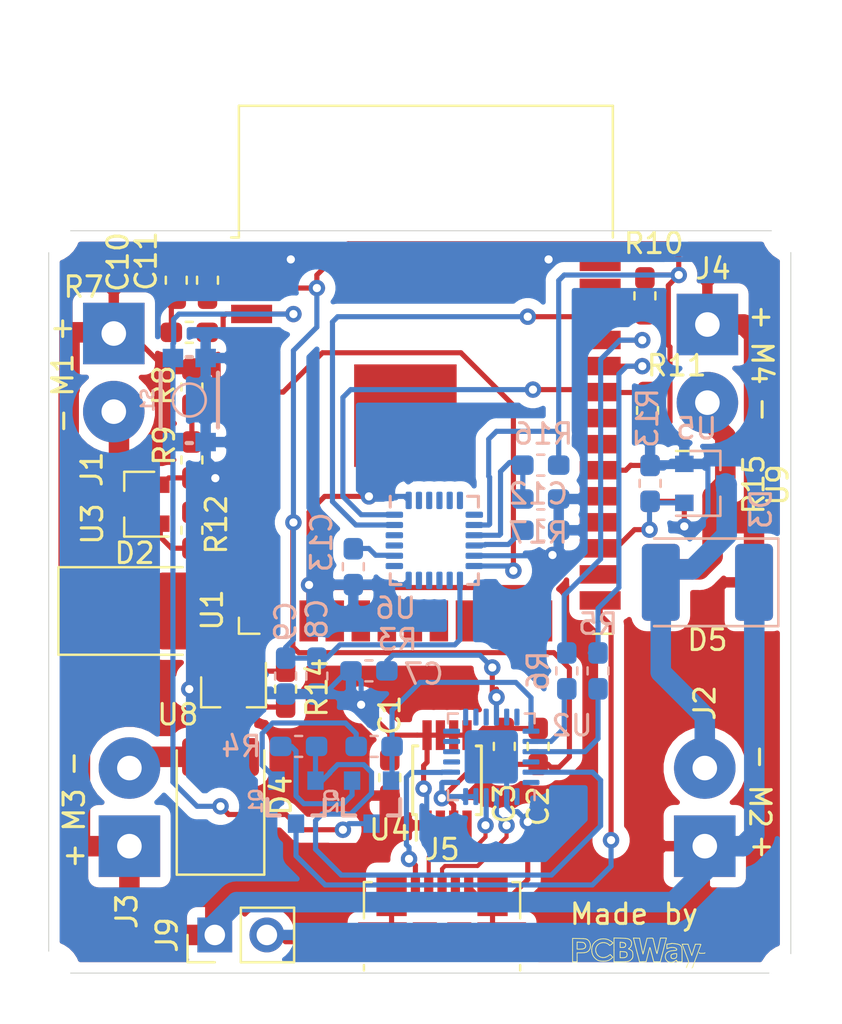
<source format=kicad_pcb>
(kicad_pcb (version 20171130) (host pcbnew "(5.1.5)-3")
  (layers (0 F.Cu signal) (31 B.Cu signal) (34 B.Paste user) (35 F.Paste user) (36 B.SilkS user) (37 F.SilkS user) (38 B.Mask user) (39 F.Mask user) (44 Edge.Cuts user))
  (net 0 "")
  (net 1 /GPIO0)
  (net 2 /DTR)
  (net 3 "Net-(Q1-Pad1)")
  (net 4 /RESET)
  (net 5 /RTS)
  (net 6 "Net-(Q2-Pad1)")
  (net 7 GND)
  (net 8 "Net-(U1-Pad37)")
  (net 9 /SCL)
  (net 10 /TX_ESP32)
  (net 11 /RX_ESP32)
  (net 12 /SDA)
  (net 13 "Net-(U1-Pad32)")
  (net 14 "Net-(U1-Pad29)")
  (net 15 "Net-(U1-Pad26)")
  (net 16 "Net-(U1-Pad24)")
  (net 17 "Net-(U1-Pad18)")
  (net 18 "Net-(U1-Pad17)")
  (net 19 /V_BAT_Measure)
  (net 20 "Net-(U1-Pad5)")
  (net 21 "Net-(U1-Pad4)")
  (net 22 +3V3)
  (net 23 "Net-(U2-Pad24)")
  (net 24 "Net-(U2-Pad22)")
  (net 25 /TX_CP2104)
  (net 26 /RX_CP2104)
  (net 27 "Net-(U2-Pad18)")
  (net 28 "Net-(U2-Pad17)")
  (net 29 "Net-(C7-Pad1)")
  (net 30 "Net-(U2-Pad15)")
  (net 31 "Net-(U2-Pad14)")
  (net 32 "Net-(U2-Pad13)")
  (net 33 "Net-(U2-Pad12)")
  (net 34 "Net-(U2-Pad11)")
  (net 35 "Net-(U2-Pad10)")
  (net 36 "Net-(U2-Pad9)")
  (net 37 VBUS)
  (net 38 /D-)
  (net 39 /D+)
  (net 40 "Net-(U2-Pad1)")
  (net 41 V_BATT)
  (net 42 /M2-)
  (net 43 /M1-)
  (net 44 "Net-(U4-Pad4)")
  (net 45 /M4-)
  (net 46 /M3-)
  (net 47 "Net-(C13-Pad1)")
  (net 48 /INT)
  (net 49 "Net-(C12-Pad1)")
  (net 50 /AD0)
  (net 51 "Net-(J5-Pad4)")
  (net 52 /IO33)
  (net 53 /IO32)
  (net 54 /IO27)
  (net 55 /IO26)
  (net 56 /AUX_SDA)
  (net 57 /AUX_SCL)
  (net 58 /SCK)
  (net 59 /SDI)
  (net 60 /SDO)
  (net 61 /M1_PWM)
  (net 62 /M2_PWM)
  (net 63 /M3_PWM)
  (net 64 /M4_PWM)
  (net 65 "Net-(U1-Pad31)")
  (net 66 "Net-(U1-Pad28)")
  (net 67 "Net-(U1-Pad23)")
  (net 68 /SCS)
  (net 69 "Net-(U1-Pad16)")
  (net 70 /IO25)
  (module Diode_SMD:D_2114_3652Metric_Pad1.85x3.75mm_HandSolder (layer F.Cu) (at 58.928 66.929 90)
    (fp_text reference D4 (at 0.4064 2.9464 90) (layer F.SilkS))
    (fp_text value D_Schottky)
    (pad 1 smd roundrect (at -2.275 0 90) (size 1.85 3.75) (layers F.Cu F.Paste F.Mask) (roundrect_rratio 0.135135) (net 41 V_BATT))
    (pad 2 smd roundrect (at 2.275 0 90) (size 1.85 3.75) (layers F.Cu F.Paste F.Mask) (roundrect_rratio 0.135135) (net 46 /M3-))
  )
  (module Switches:TACTILE_SWITCH_SMD_4.6X2.8MM (layer B.Cu) (at 57.404 47.244 270)
    (fp_text reference S1 (at 0 2.032 90) (layer B.SilkS) (effects (font (size 0.6096 0.6096) (thickness 0.127)) (justify mirror)))
    (fp_text value MOMENTARY-SWITCH-SPST-2-SMD-4.6X2.8MM hide)
    (pad 4 smd rect (at -2.04978 0.79756 270) (size 0.89916 0.99822) (layers B.Cu B.Paste B.Mask) (net 4 /RESET))
    (pad 3 smd rect (at 2.04978 0.79756 270) (size 0.89916 0.99822) (layers B.Cu B.Paste B.Mask) (net 4 /RESET))
    (pad 2 smd rect (at 2.04978 -0.79756 270) (size 0.89916 0.99822) (layers B.Cu B.Paste B.Mask) (net 7 GND))
    (pad 1 smd rect (at -2.04978 -0.79756 270) (size 0.89916 0.99822) (layers B.Cu B.Paste B.Mask) (net 7 GND))
  )
  (module Silicon-Standard:SOT23-3 (layer B.Cu) (at 66.294 66.802)
    (fp_text reference Q2 (at -1.9558 0 -90) (layer B.SilkS) (effects (font (size 0.6096 0.6096) (thickness 0.127)) (justify mirror)))
    (fp_text value TRANS_NPN-MMBT2222AL hide)
    (pad 3 smd rect (at 0 1.09982) (size 0.79756 0.89916) (layers B.Cu B.Paste B.Mask) (net 4 /RESET))
    (pad 2 smd rect (at 0.94996 -0.99822) (size 0.79756 0.89916) (layers B.Cu B.Paste B.Mask) (net 5 /RTS))
    (pad 1 smd rect (at -0.94996 -0.99822) (size 0.79756 0.89916) (layers B.Cu B.Paste B.Mask) (net 6 "Net-(Q2-Pad1)"))
  )
  (module Silicon-Standard:SOT23-3 (layer B.Cu) (at 62.611 66.802)
    (fp_text reference Q1 (at -1.9558 0 -90) (layer B.SilkS) (effects (font (size 0.6096 0.6096) (thickness 0.127)) (justify mirror)))
    (fp_text value TRANS_NPN-MMBT2222AL hide)
    (pad 3 smd rect (at 0 1.09982) (size 0.79756 0.89916) (layers B.Cu B.Paste B.Mask) (net 1 /GPIO0))
    (pad 2 smd rect (at 0.94996 -0.99822) (size 0.79756 0.89916) (layers B.Cu B.Paste B.Mask) (net 2 /DTR))
    (pad 1 smd rect (at -0.94996 -0.99822) (size 0.79756 0.89916) (layers B.Cu B.Paste B.Mask) (net 3 "Net-(Q1-Pad1)"))
  )
  (module Connector_USB:USB_Micro-B_Molex_47346-0001 (layer F.Cu) (at 69.734 72.46)
    (fp_text reference J5 (at 0 -3.3 180) (layer F.SilkS))
    (fp_text value USB_B_Mini)
    (pad 6 smd rect (at 0.84 1.2) (size 1.175 1.9) (layers F.Cu F.Paste F.Mask) (net 7 GND))
    (pad 6 smd rect (at -0.84 1.2) (size 1.175 1.9) (layers F.Cu F.Paste F.Mask) (net 7 GND))
    (pad 6 smd rect (at 2.91 1.2) (size 2.375 1.9) (layers F.Cu F.Paste F.Mask) (net 7 GND))
    (pad 6 smd rect (at -2.91 1.2) (size 2.375 1.9) (layers F.Cu F.Paste F.Mask) (net 7 GND))
    (pad 6 smd rect (at 2.4625 -1.1) (size 1.475 2.1) (layers F.Cu F.Paste F.Mask) (net 7 GND))
    (pad 6 smd rect (at -2.4625 -1.1) (size 1.475 2.1) (layers F.Cu F.Paste F.Mask) (net 7 GND))
    (pad 5 smd rect (at 1.3 -1.46) (size 0.45 1.38) (layers F.Cu F.Paste F.Mask) (net 7 GND))
    (pad 4 smd rect (at 0.65 -1.46) (size 0.45 1.38) (layers F.Cu F.Paste F.Mask) (net 51 "Net-(J5-Pad4)"))
    (pad 3 smd rect (at 0 -1.46) (size 0.45 1.38) (layers F.Cu F.Paste F.Mask) (net 39 /D+))
    (pad 2 smd rect (at -0.65 -1.46) (size 0.45 1.38) (layers F.Cu F.Paste F.Mask) (net 38 /D-))
    (pad 1 smd rect (at -1.3 -1.46) (size 0.45 1.38) (layers F.Cu F.Paste F.Mask) (net 37 VBUS))
  )
  (module Resistor_SMD:R_0603_1608Metric_Pad1.05x0.95mm_HandSolder (layer B.Cu) (at 66.421 64.135 180)
    (fp_text reference R3 (at -1.143 5.207) (layer B.SilkS) (effects (justify mirror)))
    (fp_text value 10K)
    (pad 2 smd roundrect (at 0.875 0 180) (size 1.05 0.95) (layers B.Cu B.Paste B.Mask) (net 3 "Net-(Q1-Pad1)"))
    (pad 1 smd roundrect (at -0.875 0 180) (size 1.05 0.95) (layers B.Cu B.Paste B.Mask) (net 5 /RTS))
  )
  (module Connector_PinHeader_2.54mm:PinHeader_1x02_P2.54mm_Vertical (layer F.Cu) (at 58.6486 73.3298 90)
    (fp_text reference J9 (at 0 -2.33 90) (layer F.SilkS))
    (fp_text value Conn_01x02)
    (pad 2 thru_hole oval (at 0 2.54 90) (size 1.7 1.7) (drill 1) (layers *.Cu *.Mask) (net 7 GND))
    (pad 1 thru_hole rect (at 0 0 90) (size 1.7 1.7) (drill 1) (layers *.Cu *.Mask) (net 41 V_BATT))
  )
  (module MountingHole:MountingHole_2.1mm (layer F.Cu) (at 86.868 38.989)
    (fp_text reference REF** hide)
    (fp_text value MountingHole_2.1mm)
    (pad "" np_thru_hole circle (at 0 0) (size 2.1 2.1) (drill 2.1) (layers *.Cu *.Mask))
  )
  (module MountingHole:MountingHole_2.1mm (layer F.Cu) (at 50.546 75.189)
    (fp_text reference REF** hide)
    (fp_text value MountingHole_2.1mm)
    (pad "" np_thru_hole circle (at 0 0) (size 2.1 2.1) (drill 2.1) (layers *.Cu *.Mask))
  )
  (module MountingHole:MountingHole_2.1mm (layer F.Cu) (at 50.546 38.989)
    (fp_text reference REF** hide)
    (fp_text value MountingHole_2.1mm)
    (pad "" np_thru_hole circle (at 0 0) (size 2.1 2.1) (drill 2.1) (layers *.Cu *.Mask))
  )
  (module MountingHole:MountingHole_2.1mm (layer F.Cu) (at 86.741 75.311)
    (fp_text reference REF** hide)
    (fp_text value MountingHole_2.1mm)
    (pad "" np_thru_hole circle (at 0 0) (size 2.1 2.1) (drill 2.1) (layers *.Cu *.Mask))
  )
  (module Diode_SMD:D_2114_3652Metric_Pad1.85x3.75mm_HandSolder (layer F.Cu) (at 82.677 56.134 180)
    (fp_text reference D5 (at 0 -2.82) (layer F.SilkS))
    (fp_text value D_Schottky)
    (pad 1 smd roundrect (at -2.275 0 180) (size 1.85 3.75) (layers F.Cu F.Paste F.Mask) (roundrect_rratio 0.135135) (net 41 V_BATT))
    (pad 2 smd roundrect (at 2.275 0 180) (size 1.85 3.75) (layers F.Cu F.Paste F.Mask) (roundrect_rratio 0.135135) (net 45 /M4-))
  )
  (module Diode_SMD:D_2114_3652Metric_Pad1.85x3.75mm_HandSolder (layer B.Cu) (at 82.677 56.134 180)
    (fp_text reference D3 (at -2.6162 3.5814 90) (layer B.SilkS) (effects (justify mirror)))
    (fp_text value D_Schottky)
    (pad 2 smd roundrect (at 2.275 0 180) (size 1.85 3.75) (layers B.Cu B.Paste B.Mask) (roundrect_rratio 0.135135) (net 42 /M2-))
    (pad 1 smd roundrect (at -2.275 0 180) (size 1.85 3.75) (layers B.Cu B.Paste B.Mask) (roundrect_rratio 0.135135) (net 41 V_BATT))
  )
  (module Diode_SMD:D_2114_3652Metric_Pad1.85x3.75mm_HandSolder (layer F.Cu) (at 54.483 57.531)
    (fp_text reference D2 (at 0.254 -2.8194) (layer F.SilkS))
    (fp_text value D_Schottky)
    (pad 2 smd roundrect (at 2.275 0) (size 1.85 3.75) (layers F.Cu F.Paste F.Mask) (roundrect_rratio 0.135135) (net 43 /M1-))
    (pad 1 smd roundrect (at -2.275 0) (size 1.85 3.75) (layers F.Cu F.Paste F.Mask) (roundrect_rratio 0.135135) (net 41 V_BATT))
  )
  (module Package_TO_SOT_SMD:SOT-23 (layer F.Cu) (at 82.55 51.308)
    (fp_text reference U9 (at 3.556 0.0762 90) (layer F.SilkS))
    (fp_text value SI2302-TP)
    (pad 3 smd rect (at 1 0) (size 0.9 0.8) (layers F.Cu F.Paste F.Mask) (net 45 /M4-))
    (pad 2 smd rect (at -1 0.95) (size 0.9 0.8) (layers F.Cu F.Paste F.Mask) (net 7 GND))
    (pad 1 smd rect (at -1 -0.95) (size 0.9 0.8) (layers F.Cu F.Paste F.Mask) (net 64 /M4_PWM))
  )
  (module Package_TO_SOT_SMD:SOT-23 (layer F.Cu) (at 59.563 61.468 270)
    (fp_text reference U8 (at 1.1176 2.7178) (layer F.SilkS))
    (fp_text value SI2302-TP)
    (pad 3 smd rect (at 1 0 270) (size 0.9 0.8) (layers F.Cu F.Paste F.Mask) (net 46 /M3-))
    (pad 2 smd rect (at -1 0.95 270) (size 0.9 0.8) (layers F.Cu F.Paste F.Mask) (net 7 GND))
    (pad 1 smd rect (at -1 -0.95 270) (size 0.9 0.8) (layers F.Cu F.Paste F.Mask) (net 63 /M3_PWM))
  )
  (module Package_TO_SOT_SMD:SOT-23 (layer B.Cu) (at 82.55 51.308)
    (fp_text reference U5 (at -0.397 -2.667) (layer B.SilkS) (effects (justify mirror)))
    (fp_text value SI2302-TP)
    (pad 3 smd rect (at 1 0) (size 0.9 0.8) (layers B.Cu B.Paste B.Mask) (net 42 /M2-))
    (pad 2 smd rect (at -1 -0.95) (size 0.9 0.8) (layers B.Cu B.Paste B.Mask) (net 7 GND))
    (pad 1 smd rect (at -1 0.95) (size 0.9 0.8) (layers B.Cu B.Paste B.Mask) (net 62 /M2_PWM))
  )
  (module Package_TO_SOT_SMD:SOT-23 (layer F.Cu) (at 54.991 52.324 180)
    (fp_text reference U3 (at 2.3114 -0.9652 90) (layer F.SilkS))
    (fp_text value SI2302-TP)
    (pad 3 smd rect (at 1 0 180) (size 0.9 0.8) (layers F.Cu F.Paste F.Mask) (net 43 /M1-))
    (pad 2 smd rect (at -1 0.95 180) (size 0.9 0.8) (layers F.Cu F.Paste F.Mask) (net 7 GND))
    (pad 1 smd rect (at -1 -0.95 180) (size 0.9 0.8) (layers F.Cu F.Paste F.Mask) (net 61 /M1_PWM))
  )
  (module Resistor_SMD:R_0603_1608Metric_Pad1.05x0.95mm_HandSolder (layer B.Cu) (at 74.549 52.07 180)
    (fp_text reference R17 (at 0.127 -1.651) (layer B.SilkS) (effects (justify mirror)))
    (fp_text value 0R)
    (pad 2 smd roundrect (at 0.875 0 180) (size 1.05 0.95) (layers B.Cu B.Paste B.Mask) (net 50 /AD0))
    (pad 1 smd roundrect (at -0.875 0 180) (size 1.05 0.95) (layers B.Cu B.Paste B.Mask) (net 7 GND))
  )
  (module Resistor_SMD:R_0603_1608Metric_Pad1.05x0.95mm_HandSolder (layer B.Cu) (at 74.549 50.419)
    (fp_text reference R16 (at 0.127 -1.524) (layer B.SilkS) (effects (justify mirror)))
    (fp_text value 0R)
    (pad 2 smd roundrect (at 0.875 0) (size 1.05 0.95) (layers B.Cu B.Paste B.Mask) (net 22 +3V3))
    (pad 1 smd roundrect (at -0.875 0) (size 1.05 0.95) (layers B.Cu B.Paste B.Mask) (net 50 /AD0))
  )
  (module Resistor_SMD:R_0603_1608Metric_Pad1.05x0.95mm_HandSolder (layer F.Cu) (at 79.883 51.308 270)
    (fp_text reference R15 (at 0.0508 -5.0546 90) (layer F.SilkS))
    (fp_text value 10K)
    (pad 2 smd roundrect (at 0.875 0 270) (size 1.05 0.95) (layers F.Cu F.Paste F.Mask) (net 7 GND))
    (pad 1 smd roundrect (at -0.875 0 270) (size 1.05 0.95) (layers F.Cu F.Paste F.Mask) (net 64 /M4_PWM))
  )
  (module Resistor_SMD:R_0603_1608Metric_Pad1.05x0.95mm_HandSolder (layer F.Cu) (at 62.103 61.341 270)
    (fp_text reference R14 (at -0.0762 -1.524 90) (layer F.SilkS))
    (fp_text value 10K)
    (pad 2 smd roundrect (at 0.875 0 270) (size 1.05 0.95) (layers F.Cu F.Paste F.Mask) (net 7 GND))
    (pad 1 smd roundrect (at -0.875 0 270) (size 1.05 0.95) (layers F.Cu F.Paste F.Mask) (net 63 /M3_PWM))
  )
  (module Resistor_SMD:R_0603_1608Metric_Pad1.05x0.95mm_HandSolder (layer B.Cu) (at 79.883 51.308 90)
    (fp_text reference R13 (at 3.189 -0.127 -90) (layer B.SilkS) (effects (justify mirror)))
    (fp_text value 10K)
    (pad 2 smd roundrect (at 0.875 0 90) (size 1.05 0.95) (layers B.Cu B.Paste B.Mask) (net 7 GND))
    (pad 1 smd roundrect (at -0.875 0 90) (size 1.05 0.95) (layers B.Cu B.Paste B.Mask) (net 62 /M2_PWM))
  )
  (module Resistor_SMD:R_0603_1608Metric_Pad1.05x0.95mm_HandSolder (layer F.Cu) (at 57.531 53.594 90)
    (fp_text reference R12 (at 0.2794 1.1938 90) (layer F.SilkS))
    (fp_text value 10K)
    (pad 2 smd roundrect (at 0.875 0 90) (size 1.05 0.95) (layers F.Cu F.Paste F.Mask) (net 7 GND))
    (pad 1 smd roundrect (at -0.875 0 90) (size 1.05 0.95) (layers F.Cu F.Paste F.Mask) (net 61 /M1_PWM))
  )
  (module Resistor_SMD:R_0603_1608Metric_Pad1.05x0.95mm_HandSolder (layer F.Cu) (at 79.756 47.752 270)
    (fp_text reference R11 (at -2.1844 -1.4224) (layer F.SilkS))
    (fp_text value 2k2)
    (pad 2 smd roundrect (at 0.875 0 270) (size 1.05 0.95) (layers F.Cu F.Paste F.Mask) (net 22 +3V3))
    (pad 1 smd roundrect (at -0.875 0 270) (size 1.05 0.95) (layers F.Cu F.Paste F.Mask) (net 12 /SDA))
  )
  (module Resistor_SMD:R_0603_1608Metric_Pad1.05x0.95mm_HandSolder (layer F.Cu) (at 79.629 42.164 270)
    (fp_text reference R10 (at -2.5654 -0.4318 180) (layer F.SilkS))
    (fp_text value 2k2)
    (pad 2 smd roundrect (at 0.875 0 270) (size 1.05 0.95) (layers F.Cu F.Paste F.Mask) (net 9 /SCL))
    (pad 1 smd roundrect (at -0.875 0 270) (size 1.05 0.95) (layers F.Cu F.Paste F.Mask) (net 22 +3V3))
  )
  (module Connector_Wire:SolderWirePad_1x02_P3.81mm_Drill1.2mm (layer F.Cu) (at 53.721 44 270)
    (fp_text reference J1 (at 6.6222 1.0668 90) (layer F.SilkS))
    (fp_text value Conn_01x02)
    (pad 2 thru_hole circle (at 3.81 0 270) (size 2.99974 2.99974) (drill 1.19888) (layers *.Cu *.Mask) (net 43 /M1-))
    (pad 1 thru_hole rect (at 0 0 270) (size 2.99974 2.99974) (drill 1.19888) (layers *.Cu *.Mask) (net 41 V_BATT))
  )
  (module Capacitor_SMD:C_0603_1608Metric_Pad1.05x0.95mm_HandSolder (layer F.Cu) (at 58.293 41.402 90)
    (fp_text reference C11 (at 0.9398 -2.9972 90) (layer F.SilkS))
    (fp_text value 0.1uF)
    (pad 2 smd roundrect (at 0.875 0 90) (size 1.05 0.95) (layers F.Cu F.Paste F.Mask) (net 7 GND))
    (pad 1 smd roundrect (at -0.875 0 90) (size 1.05 0.95) (layers F.Cu F.Paste F.Mask) (net 22 +3V3))
  )
  (module Capacitor_SMD:C_0603_1608Metric_Pad1.05x0.95mm_HandSolder (layer F.Cu) (at 56.769 41.402 90)
    (fp_text reference C10 (at 0.889 -2.8448 90) (layer F.SilkS))
    (fp_text value 10uF)
    (pad 2 smd roundrect (at 0.875 0 90) (size 1.05 0.95) (layers F.Cu F.Paste F.Mask) (net 7 GND))
    (pad 1 smd roundrect (at -0.875 0 90) (size 1.05 0.95) (layers F.Cu F.Paste F.Mask) (net 22 +3V3))
  )
  (module Capacitor_SMD:C_0603_1608Metric_Pad1.05x0.95mm_HandSolder (layer B.Cu) (at 65.405 55.372 270)
    (fp_text reference C13 (at -1.1938 1.5494 270) (layer B.SilkS) (effects (justify mirror)))
    (fp_text value 2.2nF)
    (pad 2 smd roundrect (at 0.875 0 270) (size 1.05 0.95) (layers B.Cu B.Paste B.Mask) (net 7 GND))
    (pad 1 smd roundrect (at -0.875 0 270) (size 1.05 0.95) (layers B.Cu B.Paste B.Mask) (net 47 "Net-(C13-Pad1)"))
  )
  (module Capacitor_SMD:C_0603_1608Metric_Pad1.05x0.95mm_HandSolder (layer B.Cu) (at 74.549 53.594)
    (fp_text reference C12 (at -0.127 -1.778 180) (layer B.SilkS) (effects (justify mirror)))
    (fp_text value 0.1uF)
    (pad 2 smd roundrect (at 0.875 0) (size 1.05 0.95) (layers B.Cu B.Paste B.Mask) (net 7 GND))
    (pad 1 smd roundrect (at -0.875 0) (size 1.05 0.95) (layers B.Cu B.Paste B.Mask) (net 49 "Net-(C12-Pad1)"))
  )
  (module Capacitor_SMD:C_0603_1608Metric_Pad1.05x0.95mm_HandSolder (layer B.Cu) (at 62.103 60.706 270)
    (fp_text reference C9 (at -2.667 0 90) (layer B.SilkS) (effects (justify mirror)))
    (fp_text value 0.1uF)
    (pad 1 smd roundrect (at -0.875 0 270) (size 1.05 0.95) (layers B.Cu B.Paste B.Mask) (net 22 +3V3))
    (pad 2 smd roundrect (at 0.875 0 270) (size 1.05 0.95) (layers B.Cu B.Paste B.Mask) (net 7 GND))
  )
  (module Capacitor_SMD:C_0603_1608Metric_Pad1.05x0.95mm_HandSolder (layer B.Cu) (at 63.627 60.706 270)
    (fp_text reference C8 (at -2.794 0 90) (layer B.SilkS) (effects (justify mirror)))
    (fp_text value 10uF)
    (pad 1 smd roundrect (at -0.875 0 270) (size 1.05 0.95) (layers B.Cu B.Paste B.Mask) (net 22 +3V3))
    (pad 2 smd roundrect (at 0.875 0 270) (size 1.05 0.95) (layers B.Cu B.Paste B.Mask) (net 7 GND))
  )
  (module Capacitor_SMD:C_0603_1608Metric_Pad1.05x0.95mm_HandSolder (layer F.Cu) (at 74.422 64.135 90)
    (fp_text reference C2 (at -2.921 0 90) (layer F.SilkS))
    (fp_text value 10uF)
    (pad 2 smd roundrect (at 0.875 0 90) (size 1.05 0.95) (layers F.Cu F.Paste F.Mask) (net 7 GND))
    (pad 1 smd roundrect (at -0.875 0 90) (size 1.05 0.95) (layers F.Cu F.Paste F.Mask) (net 22 +3V3))
  )
  (module Capacitor_SMD:C_0603_1608Metric_Pad1.05x0.95mm_HandSolder (layer F.Cu) (at 67.183 65.659 90)
    (fp_text reference C1 (at 3.048 0 90) (layer F.SilkS))
    (fp_text value 10uF)
    (pad 2 smd roundrect (at 0.875 0 90) (size 1.05 0.95) (layers F.Cu F.Paste F.Mask) (net 7 GND))
    (pad 1 smd roundrect (at -0.875 0 90) (size 1.05 0.95) (layers F.Cu F.Paste F.Mask) (net 41 V_BATT))
  )
  (module Capacitor_SMD:C_0603_1608Metric_Pad1.05x0.95mm_HandSolder (layer F.Cu) (at 72.771 64.135 90)
    (fp_text reference C3 (at -2.794 0 90) (layer F.SilkS))
    (fp_text value 0.1uF)
    (pad 2 smd roundrect (at 0.875 0 90) (size 1.05 0.95) (layers F.Cu F.Paste F.Mask) (net 7 GND))
    (pad 1 smd roundrect (at -0.875 0 90) (size 1.05 0.95) (layers F.Cu F.Paste F.Mask) (net 22 +3V3))
  )
  (module Connector_Wire:SolderWirePad_1x02_P3.81mm_Drill1.2mm (layer F.Cu) (at 82.677 43.561 270)
    (fp_text reference J4 (at -2.7178 -0.2794 180) (layer F.SilkS))
    (fp_text value Conn_01x02)
    (pad 1 thru_hole rect (at 0 0 270) (size 2.99974 2.99974) (drill 1.19888) (layers *.Cu *.Mask) (net 41 V_BATT))
    (pad 2 thru_hole circle (at 3.81 0 270) (size 2.99974 2.99974) (drill 1.19888) (layers *.Cu *.Mask) (net 45 /M4-))
  )
  (module Connector_Wire:SolderWirePad_1x02_P3.81mm_Drill1.2mm (layer F.Cu) (at 54.483 69 90)
    (fp_text reference J3 (at -3.175 -0.127 90) (layer F.SilkS))
    (fp_text value Conn_01x02)
    (pad 1 thru_hole rect (at 0 0 90) (size 2.99974 2.99974) (drill 1.19888) (layers *.Cu *.Mask) (net 41 V_BATT))
    (pad 2 thru_hole circle (at 3.81 0 90) (size 2.99974 2.99974) (drill 1.19888) (layers *.Cu *.Mask) (net 46 /M3-))
  )
  (module Connector_Wire:SolderWirePad_1x02_P3.81mm_Drill1.2mm (layer F.Cu) (at 82.55 69 90)
    (fp_text reference J2 (at 6.985 0 90) (layer F.SilkS))
    (fp_text value Conn_01x02)
    (pad 1 thru_hole rect (at 0 0 90) (size 2.99974 2.99974) (drill 1.19888) (layers *.Cu *.Mask) (net 41 V_BATT))
    (pad 2 thru_hole circle (at 3.81 0 90) (size 2.99974 2.99974) (drill 1.19888) (layers *.Cu *.Mask) (net 42 /M2-))
  )
  (module Capacitor_SMD:C_0603_1608Metric_Pad1.05x0.95mm_HandSolder (layer B.Cu) (at 66.167 60.452 180)
    (fp_text reference C7 (at -2.667 -0.1524) (layer B.SilkS) (effects (justify mirror)))
    (fp_text value 4.7uF)
    (pad 1 smd roundrect (at -0.875 0 180) (size 1.05 0.95) (layers B.Cu B.Paste B.Mask) (net 29 "Net-(C7-Pad1)"))
    (pad 2 smd roundrect (at 0.875 0 180) (size 1.05 0.95) (layers B.Cu B.Paste B.Mask) (net 7 GND))
  )
  (module Sensor_Motion:InvenSense_QFN-24_4x4mm_P0.5mm (layer B.Cu) (at 69.356 54.088 270)
    (fp_text reference U6 (at 3.302 1.886) (layer B.SilkS) (effects (justify mirror)))
    (fp_text value MPU-6050)
    (pad 24 smd roundrect (at -1.25 1.95 180) (size 0.85 0.3) (layers B.Cu B.Paste B.Mask) (net 12 /SDA))
    (pad 23 smd roundrect (at -0.75 1.95 180) (size 0.85 0.3) (layers B.Cu B.Paste B.Mask) (net 9 /SCL))
    (pad 22 smd roundrect (at -0.25 1.95 180) (size 0.85 0.3) (layers B.Cu B.Paste B.Mask))
    (pad 21 smd roundrect (at 0.25 1.95 180) (size 0.85 0.3) (layers B.Cu B.Paste B.Mask))
    (pad 20 smd roundrect (at 0.75 1.95 180) (size 0.85 0.3) (layers B.Cu B.Paste B.Mask) (net 47 "Net-(C13-Pad1)"))
    (pad 19 smd roundrect (at 1.25 1.95 180) (size 0.85 0.3) (layers B.Cu B.Paste B.Mask))
    (pad 18 smd roundrect (at 1.95 1.25 270) (size 0.85 0.3) (layers B.Cu B.Paste B.Mask) (net 7 GND))
    (pad 17 smd roundrect (at 1.95 0.75 270) (size 0.85 0.3) (layers B.Cu B.Paste B.Mask))
    (pad 16 smd roundrect (at 1.95 0.25 270) (size 0.85 0.3) (layers B.Cu B.Paste B.Mask))
    (pad 15 smd roundrect (at 1.95 -0.25 270) (size 0.85 0.3) (layers B.Cu B.Paste B.Mask))
    (pad 14 smd roundrect (at 1.95 -0.75 270) (size 0.85 0.3) (layers B.Cu B.Paste B.Mask))
    (pad 13 smd roundrect (at 1.95 -1.25 270) (size 0.85 0.3) (layers B.Cu B.Paste B.Mask) (net 22 +3V3))
    (pad 12 smd roundrect (at 1.25 -1.95 180) (size 0.85 0.3) (layers B.Cu B.Paste B.Mask) (net 48 /INT))
    (pad 11 smd roundrect (at 0.75 -1.95 180) (size 0.85 0.3) (layers B.Cu B.Paste B.Mask) (net 7 GND))
    (pad 10 smd roundrect (at 0.25 -1.95 180) (size 0.85 0.3) (layers B.Cu B.Paste B.Mask) (net 49 "Net-(C12-Pad1)"))
    (pad 9 smd roundrect (at -0.25 -1.95 180) (size 0.85 0.3) (layers B.Cu B.Paste B.Mask) (net 50 /AD0))
    (pad 8 smd roundrect (at -0.75 -1.95 180) (size 0.85 0.3) (layers B.Cu B.Paste B.Mask) (net 22 +3V3))
    (pad 7 smd roundrect (at -1.25 -1.95 180) (size 0.85 0.3) (layers B.Cu B.Paste B.Mask) (net 57 /AUX_SCL))
    (pad 6 smd roundrect (at -1.95 -1.25 270) (size 0.85 0.3) (layers B.Cu B.Paste B.Mask) (net 56 /AUX_SDA))
    (pad 5 smd roundrect (at -1.95 -0.75 270) (size 0.85 0.3) (layers B.Cu B.Paste B.Mask))
    (pad 4 smd roundrect (at -1.95 -0.25 270) (size 0.85 0.3) (layers B.Cu B.Paste B.Mask))
    (pad 3 smd roundrect (at -1.95 0.25 270) (size 0.85 0.3) (layers B.Cu B.Paste B.Mask))
    (pad 2 smd roundrect (at -1.95 0.75 270) (size 0.85 0.3) (layers B.Cu B.Paste B.Mask))
    (pad 1 smd roundrect (at -1.95 1.25 270) (size 0.85 0.3) (layers B.Cu B.Paste B.Mask) (net 7 GND))
  )
  (module Package_SO:MSOP-8_3x3mm_P0.65mm (layer F.Cu) (at 69.977 65.786 90)
    (fp_text reference U4 (at -2.413 -2.794 180) (layer F.SilkS))
    (fp_text value MIC5219-3.3YMM)
    (pad 8 smd rect (at 2.2 -0.975 90) (size 1.45 0.45) (layers F.Cu F.Paste F.Mask) (net 7 GND))
    (pad 7 smd rect (at 2.2 -0.325 90) (size 1.45 0.45) (layers F.Cu F.Paste F.Mask) (net 7 GND))
    (pad 6 smd rect (at 2.2 0.325 90) (size 1.45 0.45) (layers F.Cu F.Paste F.Mask) (net 7 GND))
    (pad 5 smd rect (at 2.2 0.975 90) (size 1.45 0.45) (layers F.Cu F.Paste F.Mask) (net 7 GND))
    (pad 4 smd rect (at -2.2 0.975 90) (size 1.45 0.45) (layers F.Cu F.Paste F.Mask) (net 44 "Net-(U4-Pad4)"))
    (pad 3 smd rect (at -2.2 0.325 90) (size 1.45 0.45) (layers F.Cu F.Paste F.Mask) (net 22 +3V3))
    (pad 2 smd rect (at -2.2 -0.325 90) (size 1.45 0.45) (layers F.Cu F.Paste F.Mask) (net 41 V_BATT))
    (pad 1 smd rect (at -2.2 -0.975 90) (size 1.45 0.45) (layers F.Cu F.Paste F.Mask) (net 41 V_BATT))
  )
  (module Package_DFN_QFN:QFN-24-1EP_4x4mm_P0.5mm_EP2.6x2.6mm (layer B.Cu) (at 72.136 64.643 90)
    (fp_text reference U2 (at 1.524 3.937) (layer B.SilkS) (effects (justify mirror)))
    (fp_text value CP2104)
    (pad 25 smd roundrect (at 0 0 90) (size 2.6 2.6) (layers B.Cu B.Mask) (roundrect_rratio 0.096154) (net 7 GND))
    (pad 1 smd roundrect (at -1.9375 1.25 90) (size 0.825 0.25) (layers B.Cu B.Paste B.Mask) (net 40 "Net-(U2-Pad1)"))
    (pad 2 smd roundrect (at -1.9375 0.75 90) (size 0.825 0.25) (layers B.Cu B.Paste B.Mask) (net 7 GND))
    (pad 3 smd roundrect (at -1.9375 0.25 90) (size 0.825 0.25) (layers B.Cu B.Paste B.Mask) (net 39 /D+))
    (pad 4 smd roundrect (at -1.9375 -0.25 90) (size 0.825 0.25) (layers B.Cu B.Paste B.Mask) (net 38 /D-))
    (pad 5 smd roundrect (at -1.9375 -0.75 90) (size 0.825 0.25) (layers B.Cu B.Paste B.Mask) (net 22 +3V3))
    (pad 6 smd roundrect (at -1.9375 -1.25 90) (size 0.825 0.25) (layers B.Cu B.Paste B.Mask) (net 22 +3V3))
    (pad 7 smd roundrect (at -1.25 -1.9375 90) (size 0.25 0.825) (layers B.Cu B.Paste B.Mask) (net 22 +3V3))
    (pad 8 smd roundrect (at -0.75 -1.9375 90) (size 0.25 0.825) (layers B.Cu B.Paste B.Mask) (net 37 VBUS))
    (pad 9 smd roundrect (at -0.25 -1.9375 90) (size 0.25 0.825) (layers B.Cu B.Paste B.Mask) (net 36 "Net-(U2-Pad9)"))
    (pad 10 smd roundrect (at 0.25 -1.9375 90) (size 0.25 0.825) (layers B.Cu B.Paste B.Mask) (net 35 "Net-(U2-Pad10)"))
    (pad 11 smd roundrect (at 0.75 -1.9375 90) (size 0.25 0.825) (layers B.Cu B.Paste B.Mask) (net 34 "Net-(U2-Pad11)"))
    (pad 12 smd roundrect (at 1.25 -1.9375 90) (size 0.25 0.825) (layers B.Cu B.Paste B.Mask) (net 33 "Net-(U2-Pad12)"))
    (pad 13 smd roundrect (at 1.9375 -1.25 90) (size 0.825 0.25) (layers B.Cu B.Paste B.Mask) (net 32 "Net-(U2-Pad13)"))
    (pad 14 smd roundrect (at 1.9375 -0.75 90) (size 0.825 0.25) (layers B.Cu B.Paste B.Mask) (net 31 "Net-(U2-Pad14)"))
    (pad 15 smd roundrect (at 1.9375 -0.25 90) (size 0.825 0.25) (layers B.Cu B.Paste B.Mask) (net 30 "Net-(U2-Pad15)"))
    (pad 16 smd roundrect (at 1.9375 0.25 90) (size 0.825 0.25) (layers B.Cu B.Paste B.Mask) (net 29 "Net-(C7-Pad1)"))
    (pad 17 smd roundrect (at 1.9375 0.75 90) (size 0.825 0.25) (layers B.Cu B.Paste B.Mask) (net 28 "Net-(U2-Pad17)"))
    (pad 18 smd roundrect (at 1.9375 1.25 90) (size 0.825 0.25) (layers B.Cu B.Paste B.Mask) (net 27 "Net-(U2-Pad18)"))
    (pad 19 smd roundrect (at 1.25 1.9375 90) (size 0.25 0.825) (layers B.Cu B.Paste B.Mask) (net 5 /RTS))
    (pad 20 smd roundrect (at 0.75 1.9375 90) (size 0.25 0.825) (layers B.Cu B.Paste B.Mask) (net 26 /RX_CP2104))
    (pad 21 smd roundrect (at 0.25 1.9375 90) (size 0.25 0.825) (layers B.Cu B.Paste B.Mask) (net 25 /TX_CP2104))
    (pad 22 smd roundrect (at -0.25 1.9375 90) (size 0.25 0.825) (layers B.Cu B.Paste B.Mask) (net 24 "Net-(U2-Pad22)"))
    (pad 23 smd roundrect (at -0.75 1.9375 90) (size 0.25 0.825) (layers B.Cu B.Paste B.Mask) (net 2 /DTR))
    (pad 24 smd roundrect (at -1.25 1.9375 90) (size 0.25 0.825) (layers B.Cu B.Paste B.Mask) (net 23 "Net-(U2-Pad24)"))
  )
  (module RF_Module:ESP32-WROOM-32 (layer F.Cu) (at 68.945 48.761)
    (fp_text reference U1 (at -10.4234 8.7192 90) (layer F.SilkS))
    (fp_text value ESP32-WROOM-32)
    (pad 38 smd rect (at 8.5 -8.255) (size 2 0.9) (layers F.Cu F.Paste F.Mask) (net 7 GND))
    (pad 37 smd rect (at 8.5 -6.985) (size 2 0.9) (layers F.Cu F.Paste F.Mask) (net 8 "Net-(U1-Pad37)"))
    (pad 36 smd rect (at 8.5 -5.715) (size 2 0.9) (layers F.Cu F.Paste F.Mask) (net 9 /SCL))
    (pad 35 smd rect (at 8.5 -4.445) (size 2 0.9) (layers F.Cu F.Paste F.Mask) (net 10 /TX_ESP32))
    (pad 34 smd rect (at 8.5 -3.175) (size 2 0.9) (layers F.Cu F.Paste F.Mask) (net 11 /RX_ESP32))
    (pad 33 smd rect (at 8.5 -1.905) (size 2 0.9) (layers F.Cu F.Paste F.Mask) (net 12 /SDA))
    (pad 32 smd rect (at 8.5 -0.635) (size 2 0.9) (layers F.Cu F.Paste F.Mask) (net 13 "Net-(U1-Pad32)"))
    (pad 31 smd rect (at 8.5 0.635) (size 2 0.9) (layers F.Cu F.Paste F.Mask) (net 65 "Net-(U1-Pad31)"))
    (pad 30 smd rect (at 8.5 1.905) (size 2 0.9) (layers F.Cu F.Paste F.Mask) (net 64 /M4_PWM))
    (pad 29 smd rect (at 8.5 3.175) (size 2 0.9) (layers F.Cu F.Paste F.Mask) (net 14 "Net-(U1-Pad29)"))
    (pad 28 smd rect (at 8.5 4.445) (size 2 0.9) (layers F.Cu F.Paste F.Mask) (net 66 "Net-(U1-Pad28)"))
    (pad 27 smd rect (at 8.5 5.715) (size 2 0.9) (layers F.Cu F.Paste F.Mask) (net 62 /M2_PWM))
    (pad 26 smd rect (at 8.5 6.985) (size 2 0.9) (layers F.Cu F.Paste F.Mask) (net 15 "Net-(U1-Pad26)"))
    (pad 25 smd rect (at 8.5 8.255) (size 2 0.9) (layers F.Cu F.Paste F.Mask) (net 1 /GPIO0))
    (pad 24 smd rect (at 5.715 9.255 90) (size 2 0.9) (layers F.Cu F.Paste F.Mask) (net 16 "Net-(U1-Pad24)"))
    (pad 23 smd rect (at 4.445 9.255 90) (size 2 0.9) (layers F.Cu F.Paste F.Mask) (net 67 "Net-(U1-Pad23)"))
    (pad 22 smd rect (at 3.175 9.255 90) (size 2 0.9) (layers F.Cu F.Paste F.Mask) (net 59 /SDI))
    (pad 21 smd rect (at 1.905 9.255 90) (size 2 0.9) (layers F.Cu F.Paste F.Mask) (net 60 /SDO))
    (pad 20 smd rect (at 0.635 9.255 90) (size 2 0.9) (layers F.Cu F.Paste F.Mask) (net 58 /SCK))
    (pad 19 smd rect (at -0.635 9.255 90) (size 2 0.9) (layers F.Cu F.Paste F.Mask) (net 68 /SCS))
    (pad 18 smd rect (at -1.905 9.255 90) (size 2 0.9) (layers F.Cu F.Paste F.Mask) (net 17 "Net-(U1-Pad18)"))
    (pad 17 smd rect (at -3.175 9.255 90) (size 2 0.9) (layers F.Cu F.Paste F.Mask) (net 18 "Net-(U1-Pad17)"))
    (pad 16 smd rect (at -4.445 9.255 90) (size 2 0.9) (layers F.Cu F.Paste F.Mask) (net 69 "Net-(U1-Pad16)"))
    (pad 15 smd rect (at -5.715 9.255 90) (size 2 0.9) (layers F.Cu F.Paste F.Mask) (net 7 GND))
    (pad 14 smd rect (at -8.5 8.255) (size 2 0.9) (layers F.Cu F.Paste F.Mask) (net 63 /M3_PWM))
    (pad 13 smd rect (at -8.5 6.985) (size 2 0.9) (layers F.Cu F.Paste F.Mask) (net 61 /M1_PWM))
    (pad 12 smd rect (at -8.5 5.715) (size 2 0.9) (layers F.Cu F.Paste F.Mask) (net 54 /IO27))
    (pad 11 smd rect (at -8.5 4.445) (size 2 0.9) (layers F.Cu F.Paste F.Mask) (net 55 /IO26))
    (pad 10 smd rect (at -8.5 3.175) (size 2 0.9) (layers F.Cu F.Paste F.Mask) (net 70 /IO25))
    (pad 9 smd rect (at -8.5 1.905) (size 2 0.9) (layers F.Cu F.Paste F.Mask) (net 52 /IO33))
    (pad 8 smd rect (at -8.5 0.635) (size 2 0.9) (layers F.Cu F.Paste F.Mask) (net 53 /IO32))
    (pad 7 smd rect (at -8.5 -0.635) (size 2 0.9) (layers F.Cu F.Paste F.Mask) (net 19 /V_BAT_Measure))
    (pad 6 smd rect (at -8.5 -1.905) (size 2 0.9) (layers F.Cu F.Paste F.Mask) (net 48 /INT))
    (pad 5 smd rect (at -8.5 -3.175) (size 2 0.9) (layers F.Cu F.Paste F.Mask) (net 20 "Net-(U1-Pad5)"))
    (pad 4 smd rect (at -8.5 -4.445) (size 2 0.9) (layers F.Cu F.Paste F.Mask) (net 21 "Net-(U1-Pad4)"))
    (pad 3 smd rect (at -8.5 -5.715) (size 2 0.9) (layers F.Cu F.Paste F.Mask) (net 4 /RESET))
    (pad 2 smd rect (at -8.5 -6.985) (size 2 0.9) (layers F.Cu F.Paste F.Mask) (net 22 +3V3))
    (pad 1 smd rect (at -8.5 -8.255) (size 2 0.9) (layers F.Cu F.Paste F.Mask) (net 7 GND))
    (pad 39 smd rect (at -1 -0.755) (size 5 5) (layers F.Cu F.Paste F.Mask))
  )
  (module Resistor_SMD:R_0603_1608Metric_Pad1.05x0.95mm_HandSolder (layer F.Cu) (at 57.531 50.165 270)
    (fp_text reference R9 (at -0.7112 1.3462 90) (layer F.SilkS))
    (fp_text value 100K)
    (pad 2 smd roundrect (at 0.875 0 270) (size 1.05 0.95) (layers F.Cu F.Paste F.Mask) (net 7 GND))
    (pad 1 smd roundrect (at -0.875 0 270) (size 1.05 0.95) (layers F.Cu F.Paste F.Mask) (net 19 /V_BAT_Measure))
  )
  (module Resistor_SMD:R_0603_1608Metric_Pad1.05x0.95mm_HandSolder (layer F.Cu) (at 57.531 46.609 270)
    (fp_text reference R8 (at -0.0762 1.3716 90) (layer F.SilkS))
    (fp_text value 100K)
    (pad 2 smd roundrect (at 0.875 0 270) (size 1.05 0.95) (layers F.Cu F.Paste F.Mask) (net 19 /V_BAT_Measure))
    (pad 1 smd roundrect (at -0.875 0 270) (size 1.05 0.95) (layers F.Cu F.Paste F.Mask) (net 41 V_BATT))
  )
  (module Resistor_SMD:R_0603_1608Metric_Pad1.05x0.95mm_HandSolder (layer F.Cu) (at 57.404 43.942)
    (fp_text reference R7 (at -5.1562 -2.2098) (layer F.SilkS))
    (fp_text value 100R)
    (pad 2 smd roundrect (at 0.875 0) (size 1.05 0.95) (layers F.Cu F.Paste F.Mask) (net 4 /RESET))
    (pad 1 smd roundrect (at -0.875 0) (size 1.05 0.95) (layers F.Cu F.Paste F.Mask) (net 22 +3V3))
  )
  (module Resistor_SMD:R_0603_1608Metric_Pad1.05x0.95mm_HandSolder (layer B.Cu) (at 75.819 60.452 90)
    (fp_text reference R6 (at 0 -1.397 270) (layer B.SilkS) (effects (justify mirror)))
    (fp_text value 100R)
    (pad 1 smd roundrect (at -0.875 0 90) (size 1.05 0.95) (layers B.Cu B.Paste B.Mask) (net 26 /RX_CP2104))
    (pad 2 smd roundrect (at 0.875 0 90) (size 1.05 0.95) (layers B.Cu B.Paste B.Mask) (net 10 /TX_ESP32))
  )
  (module Resistor_SMD:R_0603_1608Metric_Pad1.05x0.95mm_HandSolder (layer B.Cu) (at 77.343 60.452 90)
    (fp_text reference R5 (at 2.286 0 180) (layer B.SilkS) (effects (justify mirror)))
    (fp_text value 100R)
    (pad 1 smd roundrect (at -0.875 0 90) (size 1.05 0.95) (layers B.Cu B.Paste B.Mask) (net 25 /TX_CP2104))
    (pad 2 smd roundrect (at 0.875 0 90) (size 1.05 0.95) (layers B.Cu B.Paste B.Mask) (net 11 /RX_ESP32))
  )
  (module Resistor_SMD:R_0603_1608Metric_Pad1.05x0.95mm_HandSolder (layer B.Cu) (at 62.738 64.135 180)
    (fp_text reference R4 (at 2.794 0 180) (layer B.SilkS) (effects (justify mirror)))
    (fp_text value 10K)
    (pad 2 smd roundrect (at 0.875 0 180) (size 1.05 0.95) (layers B.Cu B.Paste B.Mask) (net 6 "Net-(Q2-Pad1)"))
    (pad 1 smd roundrect (at -0.875 0 180) (size 1.05 0.95) (layers B.Cu B.Paste B.Mask) (net 2 /DTR))
  )
  (gr_text "Made by" (at 79.0956 72.3138) (layer F.SilkS) (effects (font (size 1 1))))
  (gr_arc (start 78.601732 74.247349) (end 78.636179 74.431901) (angle -22.96830288) (layer F.SilkS) (width 0.04))
  (gr_arc (start 78.244999 74.303834) (end 79.041416 74.303834) (angle -7.460253794) (layer F.SilkS) (width 0.04))
  (gr_arc (start 78.639581 74.304443) (end 78.705464 74.403828) (angle -30.25824393) (layer F.SilkS) (width 0.04))
  (gr_arc (start 78.57428 74.293289) (end 78.761416 74.293289) (angle -8.47247589) (layer F.SilkS) (width 0.04))
  (gr_arc (start 78.526037 74.297904) (end 78.753243 74.236401) (angle -6.857861536) (layer F.SilkS) (width 0.04))
  (gr_arc (start 78.661727 74.24307) (end 78.744274 74.209711) (angle -14.17041236) (layer F.SilkS) (width 0.04))
  (gr_line (start 78.421416 73.811861) (end 78.421416 73.682803) (layer F.SilkS) (width 0.04))
  (gr_arc (start 78.82145 74.368247) (end 79.031992 74.425737) (angle -12.22150931) (layer F.SilkS) (width 0.04))
  (gr_arc (start 78.897422 74.388992) (end 79.016244 74.462072) (angle -16.32044678) (layer F.SilkS) (width 0.04))
  (gr_arc (start 78.68488 74.247809) (end 78.907116 74.574557) (angle -15.6998782) (layer F.SilkS) (width 0.04))
  (gr_arc (start 78.576619 73.824438) (end 78.646498 73.915918) (angle -23.63130458) (layer F.SilkS) (width 0.04))
  (gr_line (start 78.446416 73.485164) (end 78.121416 73.476222) (layer F.SilkS) (width 0.04))
  (gr_arc (start 78.554282 73.873936) (end 78.645126 73.727613) (angle -11.33782712) (layer F.SilkS) (width 0.04))
  (gr_arc (start 78.468549 74.237492) (end 78.575375 73.701451) (angle -5.193317115) (layer F.SilkS) (width 0.04))
  (gr_arc (start 78.733442 74.404399) (end 78.969014 74.083163) (angle -12.13512248) (layer F.SilkS) (width 0.04))
  (gr_arc (start 78.59136 73.813193) (end 78.688972 73.786683) (angle -25.85007627) (layer F.SilkS) (width 0.04))
  (gr_arc (start 78.772449 73.818228) (end 78.859941 73.981708) (angle -28.78254457) (layer F.SilkS) (width 0.04))
  (gr_arc (start 78.843977 74.2254) (end 79.034674 74.200429) (angle -21.44033903) (layer F.SilkS) (width 0.04))
  (gr_arc (start 78.744947 74.336123) (end 78.816362 74.615497) (angle -19.88225618) (layer F.SilkS) (width 0.04))
  (gr_arc (start 78.6553 73.985428) (end 78.683693 74.635137) (angle -11.83685585) (layer F.SilkS) (width 0.04))
  (gr_arc (start 78.731091 74.286692) (end 78.987243 74.50223) (angle -8.485750325) (layer F.SilkS) (width 0.04))
  (gr_line (start 78.421416 73.682803) (end 78.526416 73.693982) (layer F.SilkS) (width 0.04))
  (gr_arc (start 78.565637 73.818353) (end 78.677308 73.880236) (angle -21.86668697) (layer F.SilkS) (width 0.04))
  (gr_arc (start 78.762832 73.730951) (end 78.948459 73.621299) (angle -23.25800311) (layer F.SilkS) (width 0.04))
  (gr_arc (start 78.570241 73.818928) (end 78.692322 73.834192) (angle -22.32057944) (layer F.SilkS) (width 0.04))
  (gr_arc (start 78.531649 73.606242) (end 78.595132 73.933575) (angle -5.747165976) (layer F.SilkS) (width 0.04))
  (gr_line (start 78.421416 73.940918) (end 78.421416 73.811861) (layer F.SilkS) (width 0.04))
  (gr_line (start 79.039391 74.379864) (end 79.041416 74.303834) (layer F.SilkS) (width 0.04))
  (gr_arc (start 78.525835 73.950036) (end 78.614587 73.712609) (angle -9.225592968) (layer F.SilkS) (width 0.04))
  (gr_arc (start 78.616914 74.293289) (end 78.746568 74.357089) (angle -26.20074886) (layer F.SilkS) (width 0.04))
  (gr_arc (start 78.758411 73.733562) (end 78.97828 73.714097) (angle -25.51173169) (layer F.SilkS) (width 0.04))
  (gr_arc (start 78.964628 74.177318) (end 78.859941 73.981708) (angle -7.429117767) (layer F.SilkS) (width 0.04))
  (gr_arc (start 78.59274 73.811991) (end 78.667646 73.746775) (angle -17.12197194) (layer F.SilkS) (width 0.04))
  (gr_arc (start 78.517593 73.521976) (end 78.517593 73.940918) (angle -5.371755921) (layer F.SilkS) (width 0.04))
  (gr_line (start 78.121416 74.640918) (end 78.446416 74.640479) (layer F.SilkS) (width 0.04))
  (gr_arc (start 78.519746 73.544866) (end 78.556813 73.939079) (angle -5.604014359) (layer F.SilkS) (width 0.04))
  (gr_arc (start 78.610553 73.868862) (end 78.627592 73.925572) (angle -20.65244394) (layer F.SilkS) (width 0.04))
  (gr_line (start 78.679613 73.49623) (end 78.446416 73.485164) (layer F.SilkS) (width 0.04))
  (gr_line (start 78.896221 74.04082) (end 78.845097 74.017191) (layer F.SilkS) (width 0.04))
  (gr_arc (start 78.649161 73.743234) (end 78.970031 73.822041) (angle -18.85805591) (layer F.SilkS) (width 0.04))
  (gr_arc (start 78.744258 73.756356) (end 78.890075 73.556911) (angle -20.99952464) (layer F.SilkS) (width 0.04))
  (gr_arc (start 78.662143 73.746422) (end 78.927845 73.919384) (angle -19.26364168) (layer F.SilkS) (width 0.04))
  (gr_line (start 78.121416 74.05857) (end 78.121416 74.640918) (layer F.SilkS) (width 0.04))
  (gr_line (start 78.446416 74.640479) (end 78.683693 74.635137) (layer F.SilkS) (width 0.04))
  (gr_line (start 78.517593 73.940918) (end 78.421416 73.940918) (layer F.SilkS) (width 0.04))
  (gr_arc (start 78.538718 73.909749) (end 78.538718 74.440918) (angle -10.57273201) (layer F.SilkS) (width 0.04))
  (gr_arc (start 78.634873 74.159751) (end 78.808917 73.517902) (angle -11.31405024) (layer F.SilkS) (width 0.04))
  (gr_line (start 78.121416 73.476222) (end 78.121416 74.05857) (layer F.SilkS) (width 0.04))
  (gr_arc (start 78.856902 73.992433) (end 78.833525 74.006781) (angle -32.96765416) (layer F.SilkS) (width 0.04))
  (gr_arc (start 78.878809 74.206171) (end 79.01235 74.132451) (angle -24.84580739) (layer F.SilkS) (width 0.04))
  (gr_line (start 78.563596 74.144439) (end 78.636068 74.150207) (layer F.SilkS) (width 0.04))
  (gr_line (start 78.421416 74.136405) (end 78.563596 74.144439) (layer F.SilkS) (width 0.04))
  (gr_line (start 78.421416 74.288662) (end 78.421416 74.136405) (layer F.SilkS) (width 0.04))
  (gr_line (start 78.421416 74.440918) (end 78.421416 74.288662) (layer F.SilkS) (width 0.04))
  (gr_line (start 78.538718 74.440918) (end 78.421416 74.440918) (layer F.SilkS) (width 0.04))
  (gr_arc (start 78.504917 74.303622) (end 78.759373 74.265718) (angle -6.674216838) (layer F.SilkS) (width 0.04))
  (gr_arc (start 78.839836 74.002907) (end 78.835527 73.996886) (angle -85.95526253) (layer F.SilkS) (width 0.04))
  (gr_line (start 80.451446 74.364606) (end 80.497657 74.184818) (layer F.SilkS) (width 0.04))
  (gr_line (start 79.951365 74.215622) (end 79.971161 74.290918) (layer F.SilkS) (width 0.04))
  (gr_line (start 79.773152 74.294653) (end 79.806176 74.16498) (layer F.SilkS) (width 0.04))
  (gr_line (start 80.399517 74.565918) (end 80.412603 74.515531) (layer F.SilkS) (width 0.04))
  (gr_line (start 80.090029 73.769175) (end 80.060345 73.645563) (layer F.SilkS) (width 0.04))
  (gr_line (start 80.189585 74.163585) (end 80.160517 74.060107) (layer F.SilkS) (width 0.04))
  (gr_line (start 80.211826 74.229052) (end 80.189585 74.163585) (layer F.SilkS) (width 0.04))
  (gr_line (start 80.040759 74.555918) (end 80.062957 74.640918) (layer F.SilkS) (width 0.04))
  (gr_line (start 79.91305 74.069246) (end 79.931079 74.138232) (layer F.SilkS) (width 0.04))
  (gr_line (start 79.901274 74.0239) (end 79.91305 74.069246) (layer F.SilkS) (width 0.04))
  (gr_arc (start 79.638531 74.07182) (end 79.891879 73.991273) (angle -5.913216224) (layer F.SilkS) (width 0.04))
  (gr_arc (start 80.216712 74.22723) (end 80.211826 74.229052) (angle -140.2161487) (layer F.SilkS) (width 0.04))
  (gr_line (start 80.253473 74.097811) (end 80.229546 74.201736) (layer F.SilkS) (width 0.04))
  (gr_line (start 80.221416 74.640918) (end 80.379874 74.640918) (layer F.SilkS) (width 0.04))
  (gr_line (start 79.178034 73.909096) (end 79.218762 74.067977) (layer F.SilkS) (width 0.04))
  (gr_line (start 80.011158 74.443012) (end 80.029107 74.511397) (layer F.SilkS) (width 0.04))
  (gr_arc (start 78.648918 74.280592) (end 78.712512 74.171512) (angle -15.07634064) (layer F.SilkS) (width 0.04))
  (gr_line (start 80.532922 73.480918) (end 80.387582 73.480918) (layer F.SilkS) (width 0.04))
  (gr_line (start 79.971161 74.290918) (end 79.990937 74.366067) (layer F.SilkS) (width 0.04))
  (gr_line (start 79.891879 73.991273) (end 79.901274 74.0239) (layer F.SilkS) (width 0.04))
  (gr_arc (start 79.728972 74.032401) (end 79.882233 73.965601) (angle -6.633685611) (layer F.SilkS) (width 0.04))
  (gr_arc (start 79.870489 73.95009) (end 79.873491 73.948344) (angle -104.8162358) (layer F.SilkS) (width 0.04))
  (gr_line (start 79.143861 73.775142) (end 79.178034 73.909096) (layer F.SilkS) (width 0.04))
  (gr_line (start 80.379874 74.640918) (end 80.399517 74.565918) (layer F.SilkS) (width 0.04))
  (gr_line (start 79.218762 74.067977) (end 79.259393 74.225904) (layer F.SilkS) (width 0.04))
  (gr_arc (start 79.523385 74.239169) (end 79.536608 74.252393) (angle -29.9063923) (layer F.SilkS) (width 0.04))
  (gr_line (start 79.639686 73.867167) (end 79.602965 74.01205) (layer F.SilkS) (width 0.04))
  (gr_arc (start 79.97644 74.142919) (end 80.221632 74.228957) (angle -6.253771391) (layer F.SilkS) (width 0.04))
  (gr_line (start 80.281078 73.97469) (end 80.253473 74.097811) (layer F.SilkS) (width 0.04))
  (gr_line (start 80.678262 73.480918) (end 80.532922 73.480918) (layer F.SilkS) (width 0.04))
  (gr_line (start 79.931079 74.138232) (end 79.951365 74.215622) (layer F.SilkS) (width 0.04))
  (gr_arc (start 79.985436 73.534284) (end 80.016261 73.49671) (angle -28.21953069) (layer F.SilkS) (width 0.04))
  (gr_arc (start 78.606637 74.436579) (end 78.681951 74.158725) (angle -9.298125429) (layer F.SilkS) (width 0.04))
  (gr_arc (start 79.993075 73.524973) (end 80.028266 73.515075) (angle -34.92640247) (layer F.SilkS) (width 0.04))
  (gr_line (start 80.123316 73.908957) (end 80.090029 73.769175) (layer F.SilkS) (width 0.04))
  (gr_line (start 80.412603 74.515531) (end 80.451446 74.364606) (layer F.SilkS) (width 0.04))
  (gr_line (start 80.160517 74.060107) (end 80.123316 73.908957) (layer F.SilkS) (width 0.04))
  (gr_line (start 79.835726 74.054007) (end 79.8623 73.957467) (layer F.SilkS) (width 0.04))
  (gr_line (start 80.548711 73.985918) (end 80.678262 73.480918) (layer F.SilkS) (width 0.04))
  (gr_line (start 80.497657 74.184818) (end 80.548711 73.985918) (layer F.SilkS) (width 0.04))
  (gr_line (start 80.062957 74.640918) (end 80.221416 74.640918) (layer F.SilkS) (width 0.04))
  (gr_line (start 80.029107 74.511397) (end 80.040759 74.555918) (layer F.SilkS) (width 0.04))
  (gr_line (start 79.259393 74.225904) (end 79.293205 74.35668) (layer F.SilkS) (width 0.04))
  (gr_line (start 79.689024 74.630918) (end 79.773152 74.294653) (layer F.SilkS) (width 0.04))
  (gr_line (start 79.293205 74.35668) (end 79.36732 74.642441) (layer F.SilkS) (width 0.04))
  (gr_line (start 79.806176 74.16498) (end 79.835726 74.054007) (layer F.SilkS) (width 0.04))
  (gr_arc (start 79.883833 73.963434) (end 79.868033 73.947634) (angle -29.51112231) (layer F.SilkS) (width 0.04))
  (gr_arc (start 79.534637 74.250421) (end 79.531925 74.251069) (angle -121.5681973) (layer F.SilkS) (width 0.04))
  (gr_line (start 79.602965 74.01205) (end 79.57059 74.13553) (layer F.SilkS) (width 0.04))
  (gr_line (start 79.57059 74.13553) (end 79.54144 74.244039) (layer F.SilkS) (width 0.04))
  (gr_line (start 79.733787 73.490918) (end 79.639686 73.867167) (layer F.SilkS) (width 0.04))
  (gr_line (start 80.311281 73.835918) (end 80.281078 73.97469) (layer F.SilkS) (width 0.04))
  (gr_line (start 79.528172 74.63668) (end 79.689024 74.630918) (layer F.SilkS) (width 0.04))
  (gr_line (start 79.990937 74.366067) (end 80.011158 74.443012) (layer F.SilkS) (width 0.04))
  (gr_line (start 80.387582 73.480918) (end 80.311281 73.835918) (layer F.SilkS) (width 0.04))
  (gr_arc (start 78.67753 74.231514) (end 78.733596 74.190518) (angle -23.58277792) (layer F.SilkS) (width 0.04))
  (gr_line (start 79.36732 74.642441) (end 79.528172 74.63668) (layer F.SilkS) (width 0.04))
  (gr_line (start 79.875986 73.485075) (end 79.733787 73.490918) (layer F.SilkS) (width 0.04))
  (gr_line (start 79.955718 73.483001) (end 79.875986 73.485075) (layer F.SilkS) (width 0.04))
  (gr_arc (start 79.957815 73.67449) (end 79.99483 73.4866) (angle -11.77216894) (layer F.SilkS) (width 0.04))
  (gr_line (start 80.034995 73.54078) (end 80.028266 73.515075) (layer F.SilkS) (width 0.04))
  (gr_line (start 80.060345 73.645563) (end 80.034995 73.54078) (layer F.SilkS) (width 0.04))
  (gr_line (start 81.971927 74.869634) (end 81.979338 74.850516) (layer F.SilkS) (width 0.04))
  (gr_line (start 81.961479 74.890957) (end 81.971927 74.869634) (layer F.SilkS) (width 0.04))
  (gr_line (start 81.949115 74.911622) (end 81.961479 74.890957) (layer F.SilkS) (width 0.04))
  (gr_arc (start 81.836666 74.837943) (end 81.925745 74.938632) (angle -15.26732747) (layer F.SilkS) (width 0.04))
  (gr_line (start 81.985943 74.812106) (end 82.103883 74.486881) (layer F.SilkS) (width 0.04))
  (gr_line (start 82.228208 74.148052) (end 82.356249 73.805918) (layer F.SilkS) (width 0.04))
  (gr_arc (start 82.515918 74.151362) (end 82.534543 74.216401) (angle -25.51852231) (layer F.SilkS) (width 0.04))
  (gr_line (start 82.103883 74.486881) (end 82.228208 74.148052) (layer F.SilkS) (width 0.04))
  (gr_arc (start 82.057204 74.837907) (end 81.985943 74.812106) (angle -19.90386495) (layer F.SilkS) (width 0.04))
  (gr_arc (start 81.942117 74.837907) (end 81.979338 74.850516) (angle -18.71350024) (layer F.SilkS) (width 0.04))
  (gr_line (start 82.22827 73.780918) (end 82.090845 73.780918) (layer F.SilkS) (width 0.04))
  (gr_line (start 81.824206 74.055918) (end 81.732486 73.780918) (layer F.SilkS) (width 0.04))
  (gr_line (start 82.294534 73.782081) (end 82.22827 73.780918) (layer F.SilkS) (width 0.04))
  (gr_line (start 81.915925 74.330918) (end 81.824206 74.055918) (layer F.SilkS) (width 0.04))
  (gr_line (start 82.003385 74.055918) (end 81.915925 74.330918) (layer F.SilkS) (width 0.04))
  (gr_line (start 81.446563 73.780918) (end 81.603989 74.193922) (layer F.SilkS) (width 0.04))
  (gr_line (start 81.732486 73.780918) (end 81.589525 73.780918) (layer F.SilkS) (width 0.04))
  (gr_line (start 82.090845 73.780918) (end 82.003385 74.055918) (layer F.SilkS) (width 0.04))
  (gr_line (start 81.589525 73.780918) (end 81.446563 73.780918) (layer F.SilkS) (width 0.04))
  (gr_arc (start 82.285923 74.027457) (end 82.332996 73.786484) (angle -9.043452865) (layer F.SilkS) (width 0.04))
  (gr_arc (start 82.34714 73.802477) (end 82.356249 73.805918) (angle -77.95915164) (layer F.SilkS) (width 0.04))
  (gr_arc (start 82.322337 73.841052) (end 82.352406 73.794286) (angle -21.68658069) (layer F.SilkS) (width 0.04))
  (gr_arc (start 77.606358 74.127186) (end 77.779308 73.740493) (angle -16.39113231) (layer F.SilkS) (width 0.04))
  (gr_arc (start 80.955663 73.858888) (end 80.964981 73.741416) (angle -26.58973806) (layer F.SilkS) (width 0.04))
  (gr_arc (start 81.020965 74.210499) (end 80.963852 74.474818) (angle -12.19294262) (layer F.SilkS) (width 0.04))
  (gr_arc (start 81.020965 74.180221) (end 81.020965 74.480918) (angle -13.98844192) (layer F.SilkS) (width 0.04))
  (gr_arc (start 81.072066 74.369401) (end 81.143215 74.444936) (angle -30.67140743) (layer F.SilkS) (width 0.04))
  (gr_arc (start 81.138329 74.365953) (end 80.901416 74.365953) (angle -13.37459087) (layer F.SilkS) (width 0.04))
  (gr_arc (start 80.977085 74.404291) (end 80.907841 74.420755) (angle -32.74539436) (layer F.SilkS) (width 0.04))
  (gr_arc (start 80.979672 74.401601) (end 80.92775 74.455593) (angle -31.68713363) (layer F.SilkS) (width 0.04))
  (gr_arc (start 81.066664 74.363667) (end 81.093652 74.472001) (angle -29.29899176) (layer F.SilkS) (width 0.04))
  (gr_line (start 81.089825 73.754523) (end 80.964981 73.741416) (layer F.SilkS) (width 0.04))
  (gr_arc (start 80.934279 74.329784) (end 81.171793 74.398075) (angle -16.0410946) (layer F.SilkS) (width 0.04))
  (gr_arc (start 80.889977 74.411374) (end 80.655386 74.520811) (angle -24.91216983) (layer F.SilkS) (width 0.04))
  (gr_arc (start 81.151075 74.038508) (end 81.174539 74.057742) (angle -39.34374905) (layer F.SilkS) (width 0.04))
  (gr_line (start 80.898718 73.753499) (end 80.869384 73.759152) (layer F.SilkS) (width 0.04))
  (gr_arc (start 80.930687 74.389475) (end 80.642123 74.292232) (angle -21.9552539) (layer F.SilkS) (width 0.04))
  (gr_arc (start 80.926539 74.370763) (end 81.002006 74.651013) (angle -19.09022403) (layer F.SilkS) (width 0.04))
  (gr_arc (start 80.868026 74.368359) (end 80.699462 74.199795) (angle -26.37671755) (layer F.SilkS) (width 0.04))
  (gr_arc (start 81.020297 74.73093) (end 80.919137 74.104288) (angle -8.691039012) (layer F.SilkS) (width 0.04))
  (gr_arc (start 80.9949 74.248376) (end 81.147448 73.980116) (angle -19.53965322) (layer F.SilkS) (width 0.04))
  (gr_arc (start 80.962423 74.430965) (end 81.048941 73.944544) (angle -15.35106292) (layer F.SilkS) (width 0.04))
  (gr_line (start 80.701416 73.999144) (end 80.786416 73.96825) (layer F.SilkS) (width 0.04))
  (gr_arc (start 77.638422 74.055496) (end 77.874692 73.803997) (angle -19.11503184) (layer F.SilkS) (width 0.04))
  (gr_arc (start 80.880867 74.381199) (end 80.754933 74.157691) (angle -15.60133208) (layer F.SilkS) (width 0.04))
  (gr_arc (start 77.423493 74.440744) (end 77.988338 73.648201) (angle -5.149336356) (layer F.SilkS) (width 0.04))
  (gr_line (start 81.119633 74.079723) (end 81.046416 74.087991) (layer F.SilkS) (width 0.04))
  (gr_arc (start 78.047571 73.719563) (end 78.057936 73.72874) (angle -41.52254037) (layer F.SilkS) (width 0.04))
  (gr_arc (start 81.141601 74.030741) (end 81.156259 74.07073) (angle -30.52620374) (layer F.SilkS) (width 0.04))
  (gr_arc (start 80.965083 74.459823) (end 80.917083 73.938995) (angle -14.70868354) (layer F.SilkS) (width 0.04))
  (gr_line (start 77.874692 73.803997) (end 77.918515 73.845166) (layer F.SilkS) (width 0.04))
  (gr_line (start 80.701416 73.891257) (end 80.701416 73.999144) (layer F.SilkS) (width 0.04))
  (gr_line (start 80.701416 73.783369) (end 80.701416 73.891257) (layer F.SilkS) (width 0.04))
  (gr_line (start 78.049777 73.695059) (end 77.988338 73.648201) (layer F.SilkS) (width 0.04))
  (gr_line (start 78.017335 73.768583) (end 78.040427 73.747301) (layer F.SilkS) (width 0.04))
  (gr_arc (start 77.50769 74.296821) (end 77.914926 73.600703) (angle -5.928561247) (layer F.SilkS) (width 0.04))
  (gr_arc (start 81.268636 73.967563) (end 81.418088 73.923253) (angle -30.65722584) (layer F.SilkS) (width 0.04))
  (gr_line (start 81.441416 74.640918) (end 81.441416 74.299925) (layer F.SilkS) (width 0.04))
  (gr_arc (start 81.223254 74.600919) (end 81.181416 74.600918) (angle -30.636966) (layer F.SilkS) (width 0.04))
  (gr_arc (start 81.169762 74.573302) (end 81.178636 74.571604) (angle -85.37765963) (layer F.SilkS) (width 0.04))
  (gr_arc (start 80.900635 74.274568) (end 80.899066 74.664419) (angle -15.30200859) (layer F.SilkS) (width 0.04))
  (gr_arc (start 81.114244 74.038508) (end 81.181416 74.038508) (angle -60.37485332) (layer F.SilkS) (width 0.04))
  (gr_line (start 78.040427 73.747301) (end 78.057936 73.72874) (layer F.SilkS) (width 0.04))
  (gr_line (start 77.918515 73.845166) (end 77.989965 73.790669) (layer F.SilkS) (width 0.04))
  (gr_line (start 77.989965 73.790669) (end 78.017335 73.768583) (layer F.SilkS) (width 0.04))
  (gr_arc (start 80.937806 74.389061) (end 80.626693 74.407173) (angle -21.67726803) (layer F.SilkS) (width 0.04))
  (gr_line (start 81.311416 74.640918) (end 81.441416 74.640918) (layer F.SilkS) (width 0.04))
  (gr_arc (start 80.900532 74.29998) (end 80.799837 74.650235) (angle -15.80891088) (layer F.SilkS) (width 0.04))
  (gr_line (start 80.834256 73.765077) (end 80.796416 73.770571) (layer F.SilkS) (width 0.04))
  (gr_arc (start 80.857365 74.450131) (end 80.723311 74.609445) (angle -24.03938811) (layer F.SilkS) (width 0.04))
  (gr_line (start 81.046416 74.087991) (end 80.919137 74.104288) (layer F.SilkS) (width 0.04))
  (gr_arc (start 77.663926 73.952392) (end 77.840847 73.562364) (angle -15.38711126) (layer F.SilkS) (width 0.04))
  (gr_arc (start 80.884311 73.682767) (end 80.898718 73.753499) (angle -10.5418579) (layer F.SilkS) (width 0.04))
  (gr_arc (start 80.943312 74.492027) (end 80.825609 74.126769) (angle -11.53740607) (layer F.SilkS) (width 0.04))
  (gr_arc (start 77.606403 74.315073) (end 77.731015 73.5294) (angle -9.679976617) (layer F.SilkS) (width 0.04))
  (gr_line (start 80.869384 73.759152) (end 80.834256 73.765077) (layer F.SilkS) (width 0.04))
  (gr_line (start 80.796416 73.770571) (end 80.701416 73.783369) (layer F.SilkS) (width 0.04))
  (gr_line (start 81.21501 73.774992) (end 81.089825 73.754523) (layer F.SilkS) (width 0.04))
  (gr_arc (start 81.143885 74.136857) (end 81.293074 73.799591) (angle -12.74226969) (layer F.SilkS) (width 0.04))
  (gr_arc (start 81.173254 74.070463) (end 81.374605 73.85324) (angle -18.96640589) (layer F.SilkS) (width 0.04))
  (gr_arc (start 80.967861 74.056738) (end 81.437211 74.041463) (angle -14.65025303) (layer F.SilkS) (width 0.04))
  (gr_arc (start 81.173617 74.608729) (end 81.168785 74.56432) (angle -26.74755155) (layer F.SilkS) (width 0.04))
  (gr_arc (start 77.544902 73.984473) (end 77.462679 73.532556) (angle -14.65824169) (layer F.SilkS) (width 0.04))
  (gr_arc (start 81.097437 73.910252) (end 81.119633 74.079723) (angle -12.66847082) (layer F.SilkS) (width 0.04))
  (gr_line (start 81.089513 74.610918) (end 81.149315 74.571247) (layer F.SilkS) (width 0.04))
  (gr_arc (start 78.029801 73.719563) (end 78.061416 73.719563) (angle -50.81358064) (layer F.SilkS) (width 0.04))
  (gr_arc (start 77.606495 74.322993) (end 77.597134 73.519634) (angle -9.644287559) (layer F.SilkS) (width 0.04))
  (gr_line (start 81.441416 74.299925) (end 81.437211 74.041463) (layer F.SilkS) (width 0.04))
  (gr_line (start 81.235345 74.639791) (end 81.311416 74.640918) (layer F.SilkS) (width 0.04))
  (gr_arc (start 81.239008 74.516266) (end 81.202666 74.63438) (angle -15.40376624) (layer F.SilkS) (width 0.04))
  (gr_arc (start 81.210668 74.608373) (end 81.187256 74.622239) (angle -42.26028223) (layer F.SilkS) (width 0.04))
  (gr_arc (start 81.025434 74.600919) (end 81.181416 74.600918) (angle -10.83228797) (layer F.SilkS) (width 0.04))
  (gr_line (start 79.531925 74.251069) (end 79.506932 74.145572) (layer F.SilkS) (width 0.04))
  (gr_arc (start 76.646939 73.88074) (end 76.921658 74.050526) (angle -23.95801024) (layer F.SilkS) (width 0.04))
  (gr_arc (start 76.68514 73.779992) (end 76.912084 73.646104) (angle -27.58525096) (layer F.SilkS) (width 0.04))
  (gr_arc (start 76.667696 73.893569) (end 76.860265 74.121712) (angle -18.1157705) (layer F.SilkS) (width 0.04))
  (gr_line (start 76.101416 74.640918) (end 76.211416 74.640918) (layer F.SilkS) (width 0.04))
  (gr_line (start 79.4793 74.023241) (end 79.448188 73.876144) (layer F.SilkS) (width 0.04))
  (gr_line (start 79.506932 74.145572) (end 79.4793 74.023241) (layer F.SilkS) (width 0.04))
  (gr_arc (start 76.630061 73.758127) (end 76.672904 74.192606) (angle -14.67444714) (layer F.SilkS) (width 0.04))
  (gr_line (start 76.321416 74.420918) (end 76.321416 74.200918) (layer F.SilkS) (width 0.04))
  (gr_line (start 79.218688 73.485142) (end 79.068632 73.479366) (layer F.SilkS) (width 0.04))
  (gr_arc (start 76.689922 73.9199) (end 76.781571 74.16758) (angle -19.86064706) (layer F.SilkS) (width 0.04))
  (gr_line (start 79.368745 73.490918) (end 79.218688 73.485142) (layer F.SilkS) (width 0.04))
  (gr_arc (start 76.527942 73.864525) (end 76.966934 73.924343) (angle -18.90358214) (layer F.SilkS) (width 0.04))
  (gr_arc (start 76.512739 72.568344) (end 76.516416 74.200479) (angle -5.502545838) (layer F.SilkS) (width 0.04))
  (gr_arc (start 76.548825 73.860412) (end 76.962636 73.778894) (angle -19.39471438) (layer F.SilkS) (width 0.04))
  (gr_line (start 76.426416 73.503863) (end 76.101416 73.496808) (layer F.SilkS) (width 0.04))
  (gr_arc (start 76.671356 73.821816) (end 76.771158 73.530997) (angle -11.44230532) (layer F.SilkS) (width 0.04))
  (gr_line (start 76.321416 74.200918) (end 76.516416 74.200479) (layer F.SilkS) (width 0.04))
  (gr_line (start 76.321416 74.640918) (end 76.321416 74.420918) (layer F.SilkS) (width 0.04))
  (gr_line (start 76.211416 74.640918) (end 76.321416 74.640918) (layer F.SilkS) (width 0.04))
  (gr_line (start 79.448188 73.876144) (end 79.368745 73.490918) (layer F.SilkS) (width 0.04))
  (gr_line (start 76.101416 74.068863) (end 76.101416 74.640918) (layer F.SilkS) (width 0.04))
  (gr_line (start 76.101416 73.496808) (end 76.101416 74.068863) (layer F.SilkS) (width 0.04))
  (gr_line (start 76.619293 73.509321) (end 76.426416 73.503863) (layer F.SilkS) (width 0.04))
  (gr_line (start 79.068632 73.479366) (end 79.143861 73.775142) (layer F.SilkS) (width 0.04))
  (gr_arc (start 76.585684 74.472693) (end 76.711481 73.516978) (angle -5.500484378) (layer F.SilkS) (width 0.04))
  (gr_arc (start 76.68641 73.77795) (end 76.824286 73.556234) (angle -12.9348654) (layer F.SilkS) (width 0.04))
  (gr_line (start 76.321416 74.020918) (end 76.321416 73.848349) (layer F.SilkS) (width 0.04))
  (gr_arc (start 76.584762 73.865621) (end 76.735775 73.900156) (angle -19.07042298) (layer F.SilkS) (width 0.04))
  (gr_arc (start 77.582448 74.061436) (end 77.301321 73.845091) (angle -26.3561367) (layer F.SilkS) (width 0.04))
  (gr_arc (start 77.603551 74.059781) (end 77.239548 74.155731) (angle -25.31161442) (layer F.SilkS) (width 0.04))
  (gr_arc (start 77.596653 74.065584) (end 77.315517 74.302145) (angle -22.46018604) (layer F.SilkS) (width 0.04))
  (gr_arc (start 77.591387 74.075719) (end 77.427218 74.391607) (angle -22.99825183) (layer F.SilkS) (width 0.04))
  (gr_arc (start 77.594234 74.039237) (end 77.563685 74.43064) (angle -21.74699766) (layer F.SilkS) (width 0.04))
  (gr_arc (start 77.559583 73.927875) (end 77.710878 74.414102) (angle -17.89460439) (layer F.SilkS) (width 0.04))
  (gr_line (start 77.937228 74.284694) (end 77.85296 74.344092) (layer F.SilkS) (width 0.04))
  (gr_line (start 77.999476 74.348917) (end 77.937228 74.284694) (layer F.SilkS) (width 0.04))
  (gr_line (start 78.061723 74.41314) (end 77.999476 74.348917) (layer F.SilkS) (width 0.04))
  (gr_arc (start 77.523442 74.150499) (end 77.350075 74.570393) (angle -14.54867984) (layer F.SilkS) (width 0.04))
  (gr_line (start 78.006569 74.464829) (end 78.061723 74.41314) (layer F.SilkS) (width 0.04))
  (gr_arc (start 77.585897 74.085563) (end 77.041821 74.151638) (angle -11.081527) (layer F.SilkS) (width 0.04))
  (gr_arc (start 77.580786 74.010504) (end 77.920241 74.532493) (angle -10.10614954) (layer F.SilkS) (width 0.04))
  (gr_arc (start 77.685702 74.171835) (end 77.83075 74.576859) (angle -13.33279258) (layer F.SilkS) (width 0.04))
  (gr_arc (start 77.665132 74.114393) (end 77.728072 74.601571) (angle -12.34194229) (layer F.SilkS) (width 0.04))
  (gr_arc (start 77.598156 73.595974) (end 77.601416 74.609923) (angle -7.177272274) (layer F.SilkS) (width 0.04))
  (gr_arc (start 77.540034 74.098707) (end 77.105457 74.347121) (angle -11.60209974) (layer F.SilkS) (width 0.04))
  (gr_arc (start 76.530011 73.692751) (end 76.557901 74.016831) (angle -12.26790081) (layer F.SilkS) (width 0.04))
  (gr_arc (start 76.557534 73.938127) (end 76.629151 73.701971) (angle -11.60530009) (layer F.SilkS) (width 0.04))
  (gr_arc (start 77.504941 74.195309) (end 77.255161 74.515124) (angle -15.55547879) (layer F.SilkS) (width 0.04))
  (gr_arc (start 77.533134 74.034249) (end 77.22007 73.650122) (angle -16.90293836) (layer F.SilkS) (width 0.04))
  (gr_arc (start 77.669155 73.985051) (end 77.164296 74.429444) (angle -10.65437504) (layer F.SilkS) (width 0.04))
  (gr_line (start 76.557901 74.016831) (end 76.46273 74.020918) (layer F.SilkS) (width 0.04))
  (gr_arc (start 76.584123 73.841569) (end 76.676558 73.979434) (angle -18.64292433) (layer F.SilkS) (width 0.04))
  (gr_arc (start 76.561951 73.868095) (end 76.738771 73.84892) (angle -17.70962829) (layer F.SilkS) (width 0.04))
  (gr_arc (start 77.614667 74.13429) (end 77.350996 73.568071) (angle -14.21013754) (layer F.SilkS) (width 0.04))
  (gr_arc (start 76.550133 73.873332) (end 76.724558 73.796041) (angle -16.80195821) (layer F.SilkS) (width 0.04))
  (gr_line (start 76.48477 73.685236) (end 76.58018 73.692391) (layer F.SilkS) (width 0.04))
  (gr_arc (start 77.598203 73.610761) (end 77.461113 74.600479) (angle -8.07032553) (layer F.SilkS) (width 0.04))
  (gr_arc (start 77.819409 74.057204) (end 77.036397 74.035948) (angle -8.479341984) (layer F.SilkS) (width 0.04))
  (gr_arc (start 77.522632 74.027187) (end 77.121909 73.757741) (angle -17.14909256) (layer F.SilkS) (width 0.04))
  (gr_arc (start 76.541788 73.88051) (end 76.69477 73.748921) (angle -12.51355319) (layer F.SilkS) (width 0.04))
  (gr_arc (start 76.597674 73.805767) (end 76.662624 73.7189) (angle -19.91501039) (layer F.SilkS) (width 0.04))
  (gr_line (start 76.46273 74.020918) (end 76.321416 74.020918) (layer F.SilkS) (width 0.04))
  (gr_arc (start 76.628468 73.875616) (end 76.715779 73.942652) (angle -24.63491473) (layer F.SilkS) (width 0.04))
  (gr_arc (start 77.532889 74.102791) (end 77.064666 74.25498) (angle -11.7472537) (layer F.SilkS) (width 0.04))
  (gr_arc (start 77.602735 74.051322) (end 77.060276 73.887877) (angle -15.21279456) (layer F.SilkS) (width 0.04))
  (gr_line (start 76.321416 73.848349) (end 76.321416 73.675779) (layer F.SilkS) (width 0.04))
  (gr_arc (start 77.604556 74.140501) (end 77.663157 73.707404) (angle -16.12615958) (layer F.SilkS) (width 0.04))
  (gr_arc (start 77.598339 74.098498) (end 77.540557 73.708169) (angle -17.41070189) (layer F.SilkS) (width 0.04))
  (gr_arc (start 76.569117 73.819188) (end 76.626126 74.003504) (angle -16.65423735) (layer F.SilkS) (width 0.04))
  (gr_arc (start 77.57918 74.058922) (end 77.42641 73.743341) (angle -26.58815528) (layer F.SilkS) (width 0.04))
  (gr_arc (start 77.590905 74.063114) (end 77.234497 73.992386) (angle -25.99149123) (layer F.SilkS) (width 0.04))
  (gr_line (start 76.321416 73.675779) (end 76.48477 73.685236) (layer F.SilkS) (width 0.04))
  (gr_line (start 81.748751 74.678553) (end 81.734812 74.715394) (layer F.SilkS) (width 0.04))
  (gr_arc (start 81.142877 74.365953) (end 80.904198 74.329403) (angle -8.70637217) (layer F.SilkS) (width 0.04))
  (gr_line (start 81.759132 74.647293) (end 81.748751 74.678553) (layer F.SilkS) (width 0.04))
  (gr_arc (start 81.710815 74.632264) (end 81.759132 74.647293) (angle -17.2780798) (layer F.SilkS) (width 0.04))
  (gr_arc (start 81.705557 74.632264) (end 81.761416 74.632264) (angle -19.53533031) (layer F.SilkS) (width 0.04))
  (gr_line (start 81.715172 74.493049) (end 81.7582 74.613586) (layer F.SilkS) (width 0.04))
  (gr_line (start 81.603989 74.193922) (end 81.664326 74.354046) (layer F.SilkS) (width 0.04))
  (gr_line (start 81.181416 74.240918) (end 81.181416 74.329784) (layer F.SilkS) (width 0.04))
  (gr_arc (start 81.109358 74.523557) (end 81.106416 74.241701) (angle -6.819164064) (layer F.SilkS) (width 0.04))
  (gr_line (start 80.996727 74.259846) (end 81.034353 74.250553) (layer F.SilkS) (width 0.04))
  (gr_arc (start 81.082403 74.537593) (end 80.966416 74.270736) (angle -7.635617707) (layer F.SilkS) (width 0.04))
  (gr_line (start 81.664326 74.354046) (end 81.715172 74.493049) (layer F.SilkS) (width 0.04))
  (gr_line (start 81.106416 74.241701) (end 81.181416 74.240918) (layer F.SilkS) (width 0.04))
  (gr_line (start 81.034353 74.250553) (end 81.07297 74.244045) (layer F.SilkS) (width 0.04))
  (gr_arc (start 81.065078 74.497733) (end 80.996727 74.259846) (angle -7.461169555) (layer F.SilkS) (width 0.04))
  (gr_arc (start 80.963119 74.340068) (end 80.931986 74.288514) (angle -24.55335529) (layer F.SilkS) (width 0.04))
  (gr_arc (start 80.960017 74.337951) (end 80.913378 74.306112) (angle -25.61313369) (layer F.SilkS) (width 0.04))
  (gr_line (start 81.734812 74.715394) (end 81.718304 74.75426) (layer F.SilkS) (width 0.04))
  (gr_arc (start 82.488009 74.053906) (end 82.494168 74.222821) (angle -13.89208403) (layer F.SilkS) (width 0.04))
  (gr_arc (start 82.332941 74.090907) (end 82.297414 74.21857) (angle -14.25100335) (layer F.SilkS) (width 0.04))
  (gr_line (start 81.670236 74.870918) (end 81.667384 74.880969) (layer F.SilkS) (width 0.04))
  (gr_arc (start 81.764181 74.894197) (end 81.674239 74.858449) (angle -7.758550273) (layer F.SilkS) (width 0.04))
  (gr_line (start 82.411976 74.224318) (end 82.494168 74.222821) (layer F.SilkS) (width 0.04))
  (gr_line (start 82.329934 74.223387) (end 82.411976 74.224318) (layer F.SilkS) (width 0.04))
  (gr_line (start 81.656959 74.911052) (end 81.651208 74.925918) (layer F.SilkS) (width 0.04))
  (gr_line (start 81.701431 74.792738) (end 81.6864 74.8284) (layer F.SilkS) (width 0.04))
  (gr_arc (start 82.302035 74.201965) (end 82.285723 74.207535) (angle -55.59482118) (layer F.SilkS) (width 0.04))
  (gr_line (start 81.662602 74.895325) (end 81.656959 74.911052) (layer F.SilkS) (width 0.04))
  (gr_line (start 81.718304 74.75426) (end 81.701431 74.792738) (layer F.SilkS) (width 0.04))
  (gr_line (start 81.667384 74.880969) (end 81.662602 74.895325) (layer F.SilkS) (width 0.04))
  (gr_arc (start 82.310485 74.199079) (end 82.286208 74.189318) (angle -40.75706466) (layer F.SilkS) (width 0.04))
  (gr_line (start 81.6864 74.8284) (end 81.674239 74.858449) (layer F.SilkS) (width 0.04))
  (gr_text - (at 85.4202 47.7012 270) (layer F.SilkS) (effects (font (size 1 1))))
  (gr_text + (at 85.3694 43.2054 270) (layer F.SilkS) (effects (font (size 1 1))))
  (gr_text M4 (at 85.344 45.4406 270) (layer F.SilkS) (effects (font (size 1 1))))
  (gr_text + (at 51.1556 43.7642 90) (layer F.SilkS) (effects (font (size 1 1))))
  (gr_text - (at 51.2064 48.26 90) (layer F.SilkS) (effects (font (size 1 1))))
  (gr_text M1 (at 51.2318 46.0248 90) (layer F.SilkS) (effects (font (size 1 1))))
  (gr_text - (at 51.7144 64.9732 90) (layer F.SilkS) (effects (font (size 1 1))))
  (gr_text + (at 51.7652 69.469 90) (layer F.SilkS) (effects (font (size 1 1))))
  (gr_text M3 (at 51.7906 67.2338 90) (layer F.SilkS) (effects (font (size 1 1))))
  (gr_text - (at 85.2932 64.643 270) (layer F.SilkS) (effects (font (size 1 1))))
  (gr_text + (at 85.3948 69.0372 270) (layer F.SilkS) (effects (font (size 1 1))))
  (gr_text M2 (at 85.2424 67.056 270) (layer F.SilkS) (effects (font (size 1 1))))
  (gr_line (start 86.746 75.189) (end 50.546 75.189) (layer Edge.Cuts) (width 0.05))
  (gr_line (start 86.746 75.189) (end 86.746 38.989) (layer Edge.Cuts) (width 0.05))
  (gr_line (start 86.746 38.989) (end 50.546 38.989) (layer Edge.Cuts) (width 0.05))
  (gr_line (start 50.546 75.189) (end 50.546 38.989) (layer Edge.Cuts) (width 0.05))
  (segment (start 77.445 57.716) (end 77.978 58.249) (width 0.25) (layer F.Cu) (net 1))
  (segment (start 77.445 57.016) (end 77.445 57.716) (width 0.25) (layer F.Cu) (net 1))
  (segment (start 77.978 58.249) (end 77.978 68.707) (width 0.25) (layer F.Cu) (net 1))
  (segment (start 77.978 68.707) (end 77.978 68.707) (width 0.25) (layer F.Cu) (net 1))
  (via (at 77.978 68.707) (size 0.8) (drill 0.4) (layers F.Cu B.Cu) (net 1))
  (segment (start 62.611 69.469) (end 62.611 67.90182) (width 0.25) (layer B.Cu) (net 1))
  (segment (start 64.0334 70.8914) (end 62.611 69.469) (width 0.25) (layer B.Cu) (net 1))
  (segment (start 77.0636 70.8914) (end 64.0334 70.8914) (width 0.25) (layer B.Cu) (net 1))
  (segment (start 77.978 68.707) (end 77.978 69.977) (width 0.25) (layer B.Cu) (net 1))
  (segment (start 77.978 69.977) (end 77.0636 70.8914) (width 0.25) (layer B.Cu) (net 1))
  (segment (start 63.56096 64.18704) (end 63.613 64.135) (width 0.25) (layer B.Cu) (net 2))
  (segment (start 63.56096 65.80378) (end 63.56096 64.18704) (width 0.25) (layer B.Cu) (net 2))
  (segment (start 63.5635 67.7545) (end 63.5635 69.1515) (width 0.25) (layer B.Cu) (net 2))
  (segment (start 63.881 67.437) (end 63.5635 67.7545) (width 0.25) (layer B.Cu) (net 2))
  (segment (start 64.8208 70.4088) (end 75.0697 70.4088) (width 0.25) (layer B.Cu) (net 2))
  (segment (start 66.294 66.421) (end 65.278 67.437) (width 0.25) (layer B.Cu) (net 2))
  (segment (start 66.294 65.405) (end 66.294 66.421) (width 0.25) (layer B.Cu) (net 2))
  (segment (start 65.913 65.024) (end 66.294 65.405) (width 0.25) (layer B.Cu) (net 2))
  (segment (start 77.47 65.786) (end 77.077 65.393) (width 0.25) (layer B.Cu) (net 2))
  (segment (start 63.88862 65.80378) (end 64.262 65.4304) (width 0.25) (layer B.Cu) (net 2))
  (segment (start 63.56096 65.80378) (end 63.88862 65.80378) (width 0.25) (layer B.Cu) (net 2))
  (segment (start 64.262 65.405) (end 64.643 65.024) (width 0.25) (layer B.Cu) (net 2))
  (segment (start 65.278 67.437) (end 63.881 67.437) (width 0.25) (layer B.Cu) (net 2))
  (segment (start 64.262 65.4304) (end 64.262 65.405) (width 0.25) (layer B.Cu) (net 2))
  (segment (start 64.643 65.024) (end 65.913 65.024) (width 0.25) (layer B.Cu) (net 2))
  (segment (start 63.5635 69.1515) (end 64.8208 70.4088) (width 0.25) (layer B.Cu) (net 2))
  (segment (start 75.0697 70.4088) (end 77.47 68.0085) (width 0.25) (layer B.Cu) (net 2))
  (segment (start 77.47 68.0085) (end 77.47 65.786) (width 0.25) (layer B.Cu) (net 2))
  (segment (start 77.077 65.393) (end 74.0735 65.393) (width 0.25) (layer B.Cu) (net 2))
  (segment (start 61.66104 65.75298) (end 60.96 65.05194) (width 0.25) (layer B.Cu) (net 3))
  (segment (start 61.66104 65.80378) (end 61.66104 65.75298) (width 0.25) (layer B.Cu) (net 3))
  (segment (start 60.96 65.05194) (end 60.96 63.5) (width 0.25) (layer B.Cu) (net 3))
  (segment (start 60.96 63.5) (end 61.468 62.992) (width 0.25) (layer B.Cu) (net 3))
  (segment (start 61.468 62.992) (end 65.024 62.992) (width 0.25) (layer B.Cu) (net 3))
  (segment (start 65.546 63.514) (end 65.546 64.135) (width 0.25) (layer B.Cu) (net 3))
  (segment (start 65.024 62.992) (end 65.546 63.514) (width 0.25) (layer B.Cu) (net 3))
  (segment (start 59.195 43.046) (end 60.445 43.046) (width 0.25) (layer F.Cu) (net 4))
  (segment (start 59.055 43.186) (end 59.195 43.046) (width 0.25) (layer F.Cu) (net 4))
  (segment (start 59.055 43.815) (end 59.055 43.186) (width 0.25) (layer F.Cu) (net 4))
  (segment (start 58.279 43.942) (end 58.928 43.942) (width 0.25) (layer F.Cu) (net 4))
  (segment (start 58.928 43.942) (end 59.055 43.815) (width 0.25) (layer F.Cu) (net 4))
  (segment (start 56.60644 45.19422) (end 56.60644 49.29378) (width 0.25) (layer B.Cu) (net 4))
  (segment (start 56.60644 44.49464) (end 56.642 44.45908) (width 0.25) (layer B.Cu) (net 4))
  (segment (start 56.60644 45.19422) (end 56.60644 44.49464) (width 0.25) (layer B.Cu) (net 4))
  (segment (start 56.642 44.45908) (end 56.642 43.307) (width 0.25) (layer B.Cu) (net 4))
  (segment (start 56.642 43.307) (end 56.896 43.053) (width 0.25) (layer B.Cu) (net 4))
  (segment (start 56.896 43.053) (end 62.484 43.053) (width 0.25) (layer B.Cu) (net 4))
  (segment (start 62.484 43.053) (end 62.484 43.053) (width 0.25) (layer B.Cu) (net 4))
  (via (at 62.484 43.053) (size 0.8) (drill 0.4) (layers F.Cu B.Cu) (net 4))
  (segment (start 60.452 43.053) (end 60.445 43.046) (width 0.25) (layer F.Cu) (net 4))
  (segment (start 62.484 43.053) (end 60.452 43.053) (width 0.25) (layer F.Cu) (net 4))
  (segment (start 58.928 67.056) (end 58.928 67.056) (width 0.25) (layer B.Cu) (net 4))
  (via (at 58.928 67.056) (size 0.8) (drill 0.4) (layers F.Cu B.Cu) (net 4))
  (segment (start 62.865 68.199) (end 64.897 68.199) (width 0.25) (layer F.Cu) (net 4))
  (segment (start 58.928 67.056) (end 59.327999 67.455999) (width 0.25) (layer F.Cu) (net 4))
  (segment (start 62.121999 67.455999) (end 62.865 68.199) (width 0.25) (layer F.Cu) (net 4))
  (segment (start 59.327999 67.455999) (end 62.121999 67.455999) (width 0.25) (layer F.Cu) (net 4))
  (segment (start 64.897 68.199) (end 64.897 68.199) (width 0.25) (layer F.Cu) (net 4))
  (via (at 64.897 68.199) (size 0.8) (drill 0.4) (layers F.Cu B.Cu) (net 4))
  (segment (start 65.19418 67.90182) (end 64.897 68.199) (width 0.25) (layer B.Cu) (net 4))
  (segment (start 66.294 67.90182) (end 65.19418 67.90182) (width 0.25) (layer B.Cu) (net 4))
  (segment (start 57.785 67.056) (end 58.928 67.056) (width 0.25) (layer B.Cu) (net 4))
  (segment (start 56.60644 49.29378) (end 56.60644 65.87744) (width 0.25) (layer B.Cu) (net 4))
  (segment (start 56.60644 65.87744) (end 57.785 67.056) (width 0.25) (layer B.Cu) (net 4))
  (segment (start 67.296 65.75174) (end 67.24396 65.80378) (width 0.25) (layer B.Cu) (net 5))
  (segment (start 67.296 64.135) (end 67.296 65.75174) (width 0.25) (layer B.Cu) (net 5))
  (segment (start 67.296 62.371) (end 68.653989 61.013011) (width 0.25) (layer B.Cu) (net 5))
  (segment (start 67.296 64.135) (end 67.296 62.371) (width 0.25) (layer B.Cu) (net 5))
  (segment (start 74.0735 63.268) (end 74.0735 63.393) (width 0.25) (layer B.Cu) (net 5))
  (segment (start 73.332011 61.013011) (end 74.0735 61.7545) (width 0.25) (layer B.Cu) (net 5))
  (segment (start 74.0735 61.7545) (end 74.0735 63.268) (width 0.25) (layer B.Cu) (net 5))
  (segment (start 68.653989 61.013011) (end 73.332011 61.013011) (width 0.25) (layer B.Cu) (net 5))
  (segment (start 65.34404 65.80378) (end 65.34404 66.50336) (width 0.25) (layer B.Cu) (net 6))
  (segment (start 65.34404 66.50336) (end 64.9184 66.929) (width 0.25) (layer B.Cu) (net 6))
  (segment (start 62.992 66.929) (end 62.611 66.548) (width 0.25) (layer B.Cu) (net 6))
  (segment (start 62.388 64.135) (end 61.863 64.135) (width 0.25) (layer B.Cu) (net 6))
  (segment (start 62.611 66.548) (end 62.611 64.358) (width 0.25) (layer B.Cu) (net 6))
  (segment (start 64.9184 66.929) (end 62.992 66.929) (width 0.25) (layer B.Cu) (net 6))
  (segment (start 62.611 64.358) (end 62.388 64.135) (width 0.25) (layer B.Cu) (net 6))
  (segment (start 81.475 52.183) (end 81.55 52.258) (width 0.25) (layer F.Cu) (net 7))
  (segment (start 79.883 52.183) (end 81.475 52.183) (width 0.25) (layer F.Cu) (net 7))
  (segment (start 57.531 51.04) (end 57.531 52.719) (width 0.25) (layer F.Cu) (net 7))
  (segment (start 55.991 51.374) (end 56.068 51.374) (width 0.25) (layer F.Cu) (net 7))
  (segment (start 56.402 51.04) (end 57.531 51.04) (width 0.25) (layer F.Cu) (net 7))
  (segment (start 56.068 51.374) (end 56.402 51.04) (width 0.25) (layer F.Cu) (net 7))
  (segment (start 61.2 62.216) (end 62.103 62.216) (width 0.25) (layer F.Cu) (net 7))
  (segment (start 60.325 61.341) (end 61.2 62.216) (width 0.25) (layer F.Cu) (net 7))
  (segment (start 58.786 61.341) (end 60.325 61.341) (width 0.25) (layer F.Cu) (net 7))
  (segment (start 58.613 60.468) (end 58.613 61.168) (width 0.25) (layer F.Cu) (net 7))
  (segment (start 58.613 61.168) (end 58.786 61.341) (width 0.25) (layer F.Cu) (net 7))
  (segment (start 62.103 73.66) (end 66.824 73.66) (width 0.25) (layer F.Cu) (net 7))
  (segment (start 61.214 72.771) (end 62.103 73.66) (width 0.25) (layer F.Cu) (net 7))
  (segment (start 66.824 73.66) (end 72.644 73.66) (width 0.25) (layer F.Cu) (net 7))
  (segment (start 67.2715 73.2125) (end 66.824 73.66) (width 0.25) (layer F.Cu) (net 7))
  (segment (start 67.2715 71.36) (end 67.2715 73.2125) (width 0.25) (layer F.Cu) (net 7))
  (segment (start 72.1965 73.2125) (end 72.644 73.66) (width 0.25) (layer F.Cu) (net 7))
  (segment (start 72.1965 71.36) (end 72.1965 73.2125) (width 0.25) (layer F.Cu) (net 7))
  (segment (start 71.394 71.36) (end 71.034 71) (width 0.25) (layer F.Cu) (net 7))
  (segment (start 72.1965 71.36) (end 71.394 71.36) (width 0.25) (layer F.Cu) (net 7))
  (segment (start 56.769 40.527) (end 58.293 40.527) (width 0.25) (layer F.Cu) (net 7))
  (segment (start 60.424 40.527) (end 60.445 40.506) (width 0.25) (layer F.Cu) (net 7))
  (segment (start 58.293 40.527) (end 60.424 40.527) (width 0.25) (layer F.Cu) (net 7))
  (segment (start 75.424 53.594) (end 75.424 52.07) (width 0.25) (layer B.Cu) (net 7))
  (segment (start 74.422 63.26) (end 72.771 63.26) (width 0.25) (layer F.Cu) (net 7))
  (segment (start 70.952 63.586) (end 69.002 63.586) (width 0.25) (layer F.Cu) (net 7))
  (segment (start 67.351 63.586) (end 68.527 63.586) (width 0.25) (layer F.Cu) (net 7))
  (segment (start 68.527 63.586) (end 69.002 63.586) (width 0.25) (layer F.Cu) (net 7))
  (segment (start 67.183 64.784) (end 67.183 63.754) (width 0.25) (layer F.Cu) (net 7))
  (segment (start 67.183 63.754) (end 67.351 63.586) (width 0.25) (layer F.Cu) (net 7))
  (segment (start 71.427 63.586) (end 71.767 63.246) (width 0.25) (layer F.Cu) (net 7))
  (segment (start 70.952 63.586) (end 71.427 63.586) (width 0.25) (layer F.Cu) (net 7))
  (segment (start 71.781 63.26) (end 72.771 63.26) (width 0.25) (layer F.Cu) (net 7))
  (segment (start 71.767 63.246) (end 71.781 63.26) (width 0.25) (layer F.Cu) (net 7))
  (segment (start 62.103 61.581) (end 63.627 61.581) (width 0.25) (layer B.Cu) (net 7))
  (segment (start 67.897 56.247) (end 68.106 56.038) (width 0.25) (layer B.Cu) (net 7))
  (segment (start 65.786 56.247) (end 67.897 56.247) (width 0.25) (layer B.Cu) (net 7))
  (segment (start 58.20156 48.5942) (end 58.20156 45.19422) (width 0.25) (layer B.Cu) (net 7))
  (segment (start 58.20156 49.29378) (end 58.20156 48.5942) (width 0.25) (layer B.Cu) (net 7))
  (segment (start 63.246 56.261) (end 63.246 56.261) (width 0.25) (layer F.Cu) (net 7))
  (via (at 63.246 56.261) (size 0.8) (drill 0.4) (layers F.Cu B.Cu) (net 7))
  (segment (start 63.26 56.247) (end 63.246 56.261) (width 0.25) (layer B.Cu) (net 7))
  (segment (start 65.786 56.247) (end 63.26 56.247) (width 0.25) (layer B.Cu) (net 7))
  (segment (start 71.306 54.838) (end 75.083 54.838) (width 0.25) (layer B.Cu) (net 7))
  (segment (start 75.424 54.497) (end 75.424 53.594) (width 0.25) (layer B.Cu) (net 7))
  (segment (start 75.083 54.838) (end 75.1205 54.8005) (width 0.25) (layer B.Cu) (net 7))
  (segment (start 75.1205 54.8005) (end 75.424 54.497) (width 0.25) (layer B.Cu) (net 7))
  (via (at 75.1205 54.8005) (size 0.8) (drill 0.4) (layers F.Cu B.Cu) (net 7))
  (segment (start 63.23 56.277) (end 63.246 56.261) (width 0.25) (layer F.Cu) (net 7))
  (segment (start 63.23 58.016) (end 63.23 56.277) (width 0.25) (layer F.Cu) (net 7))
  (segment (start 74.422 56.388) (end 63.373 56.388) (width 0.25) (layer F.Cu) (net 7))
  (segment (start 63.373 56.388) (end 63.246 56.261) (width 0.25) (layer F.Cu) (net 7))
  (segment (start 75.1205 54.8005) (end 75.1205 55.6895) (width 0.25) (layer F.Cu) (net 7))
  (segment (start 75.1205 55.6895) (end 74.422 56.388) (width 0.25) (layer F.Cu) (net 7))
  (segment (start 81.475 50.433) (end 81.55 50.358) (width 0.25) (layer B.Cu) (net 7))
  (segment (start 79.883 50.433) (end 81.475 50.433) (width 0.25) (layer B.Cu) (net 7))
  (segment (start 74.93 40.386) (end 74.93 40.386) (width 0.25) (layer B.Cu) (net 7))
  (via (at 74.93 40.386) (size 0.8) (drill 0.4) (layers F.Cu B.Cu) (net 7))
  (segment (start 77.325 40.386) (end 77.445 40.506) (width 0.25) (layer F.Cu) (net 7))
  (segment (start 74.93 40.386) (end 77.325 40.386) (width 0.25) (layer F.Cu) (net 7))
  (segment (start 74.93 40.386) (end 62.357 40.386) (width 0.25) (layer B.Cu) (net 7))
  (segment (start 62.357 40.386) (end 62.357 40.386) (width 0.25) (layer B.Cu) (net 7))
  (via (at 62.357 40.386) (size 0.8) (drill 0.4) (layers F.Cu B.Cu) (net 7))
  (segment (start 62.237 40.506) (end 62.357 40.386) (width 0.25) (layer F.Cu) (net 7))
  (segment (start 60.445 40.506) (end 62.237 40.506) (width 0.25) (layer F.Cu) (net 7))
  (segment (start 73.184 71.36) (end 73.914 70.63) (width 0.25) (layer F.Cu) (net 7))
  (segment (start 72.1965 71.36) (end 73.184 71.36) (width 0.25) (layer F.Cu) (net 7))
  (segment (start 73.914 70.63) (end 73.914 67.818) (width 0.25) (layer F.Cu) (net 7))
  (segment (start 72.886 65.393) (end 72.136 64.643) (width 0.25) (layer B.Cu) (net 7))
  (segment (start 72.886 66.5805) (end 72.886 65.393) (width 0.25) (layer B.Cu) (net 7))
  (segment (start 73.914 67.818) (end 73.914 67.818) (width 0.25) (layer F.Cu) (net 7))
  (via (at 73.914 67.818) (size 0.8) (drill 0.4) (layers F.Cu B.Cu) (net 7))
  (segment (start 73.514001 67.418001) (end 73.914 67.818) (width 0.25) (layer B.Cu) (net 7))
  (segment (start 73.41401 67.31801) (end 73.514001 67.418001) (width 0.25) (layer B.Cu) (net 7))
  (segment (start 73.162988 67.31801) (end 73.41401 67.31801) (width 0.25) (layer B.Cu) (net 7))
  (segment (start 72.886 67.041022) (end 73.162988 67.31801) (width 0.25) (layer B.Cu) (net 7))
  (segment (start 72.886 66.5805) (end 72.886 67.041022) (width 0.25) (layer B.Cu) (net 7))
  (segment (start 63.246 56.261) (end 63.246 52.705) (width 0.25) (layer F.Cu) (net 7))
  (segment (start 63.246 52.705) (end 64.008 51.943) (width 0.25) (layer F.Cu) (net 7))
  (segment (start 64.008 51.943) (end 66.167 51.943) (width 0.25) (layer F.Cu) (net 7))
  (segment (start 66.167 51.943) (end 66.167 51.943) (width 0.25) (layer F.Cu) (net 7))
  (via (at 66.167 51.943) (size 0.8) (drill 0.4) (layers F.Cu B.Cu) (net 7))
  (segment (start 67.911 51.943) (end 66.167 51.943) (width 0.25) (layer B.Cu) (net 7))
  (segment (start 68.106 52.138) (end 67.911 51.943) (width 0.25) (layer B.Cu) (net 7))
  (segment (start 61.628 61.581) (end 61.388 61.341) (width 0.25) (layer B.Cu) (net 7))
  (segment (start 62.103 61.581) (end 61.628 61.581) (width 0.25) (layer B.Cu) (net 7))
  (segment (start 61.388 61.341) (end 59.563 61.341) (width 0.25) (layer B.Cu) (net 7))
  (segment (start 59.563 61.341) (end 57.404 61.341) (width 0.25) (layer B.Cu) (net 7))
  (segment (start 57.404 61.341) (end 57.404 61.341) (width 0.25) (layer B.Cu) (net 7))
  (via (at 57.404 61.341) (size 0.8) (drill 0.4) (layers F.Cu B.Cu) (net 7))
  (segment (start 58.20156 49.99336) (end 58.547 50.3388) (width 0.25) (layer B.Cu) (net 7))
  (segment (start 58.20156 49.29378) (end 58.20156 49.99336) (width 0.25) (layer B.Cu) (net 7))
  (segment (start 58.547 50.3388) (end 58.547 50.927) (width 0.25) (layer B.Cu) (net 7))
  (segment (start 58.547 50.927) (end 58.674 51.054) (width 0.25) (layer B.Cu) (net 7))
  (segment (start 58.674 51.054) (end 58.674 51.054) (width 0.25) (layer B.Cu) (net 7))
  (via (at 58.674 51.054) (size 0.8) (drill 0.4) (layers F.Cu B.Cu) (net 7))
  (segment (start 58.66 51.04) (end 58.674 51.054) (width 0.25) (layer F.Cu) (net 7))
  (segment (start 57.531 51.04) (end 58.66 51.04) (width 0.25) (layer F.Cu) (net 7))
  (segment (start 67.183 63.754) (end 67.183 63.5) (width 0.25) (layer F.Cu) (net 7))
  (segment (start 67.183 63.5) (end 65.786 62.103) (width 0.25) (layer F.Cu) (net 7))
  (segment (start 65.786 62.103) (end 65.786 62.103) (width 0.25) (layer F.Cu) (net 7))
  (via (at 65.786 62.103) (size 0.8) (drill 0.4) (layers F.Cu B.Cu) (net 7))
  (segment (start 65.786 60.946) (end 65.292 60.452) (width 0.25) (layer B.Cu) (net 7))
  (segment (start 65.786 62.103) (end 65.786 60.946) (width 0.25) (layer B.Cu) (net 7))
  (segment (start 65.1256 60.452) (end 65.292 60.452) (width 0.25) (layer B.Cu) (net 7))
  (segment (start 63.627 61.581) (end 63.9966 61.581) (width 0.25) (layer B.Cu) (net 7))
  (segment (start 63.9966 61.581) (end 65.1256 60.452) (width 0.25) (layer B.Cu) (net 7))
  (segment (start 73.914 67.818) (end 73.914 68.383685) (width 0.25) (layer B.Cu) (net 7))
  (segment (start 73.914 68.383685) (end 73.914 69.342) (width 0.25) (layer B.Cu) (net 7))
  (segment (start 73.914 69.342) (end 73.7108 69.5452) (width 0.25) (layer B.Cu) (net 7))
  (segment (start 73.7108 69.5452) (end 69.6214 69.5452) (width 0.25) (layer B.Cu) (net 7))
  (segment (start 69.6214 69.5452) (end 68.9864 68.9102) (width 0.25) (layer B.Cu) (net 7))
  (segment (start 68.9864 68.9102) (end 68.9864 66.3448) (width 0.25) (layer B.Cu) (net 7))
  (segment (start 68.9864 66.3448) (end 68.834 66.1924) (width 0.25) (layer B.Cu) (net 7))
  (segment (start 68.834 66.1924) (end 68.834 66.1924) (width 0.25) (layer B.Cu) (net 7))
  (via (at 68.834 66.1924) (size 0.8) (drill 0.4) (layers F.Cu B.Cu) (net 7))
  (segment (start 68.834 66.1924) (end 68.834 65.0748) (width 0.25) (layer F.Cu) (net 7))
  (segment (start 69.002 64.9068) (end 69.002 63.586) (width 0.25) (layer F.Cu) (net 7))
  (segment (start 68.834 65.0748) (end 69.002 64.9068) (width 0.25) (layer F.Cu) (net 7))
  (segment (start 81.55 52.258) (end 81.55 53.4068) (width 0.25) (layer F.Cu) (net 7))
  (segment (start 81.55 53.4068) (end 81.55 53.4068) (width 0.25) (layer F.Cu) (net 7))
  (via (at 81.55 53.4068) (size 0.8) (drill 0.4) (layers F.Cu B.Cu) (net 7))
  (segment (start 57.404 60.7314) (end 57.404 61.341) (width 0.25) (layer F.Cu) (net 7))
  (segment (start 58.613 60.468) (end 58.597 60.452) (width 0.25) (layer F.Cu) (net 7))
  (segment (start 57.6834 60.452) (end 57.404 60.7314) (width 0.25) (layer F.Cu) (net 7))
  (segment (start 58.597 60.452) (end 57.6834 60.452) (width 0.25) (layer F.Cu) (net 7))
  (segment (start 82.6922 50.358) (end 81.55 50.358) (width 0.25) (layer B.Cu) (net 7))
  (segment (start 82.7024 50.3682) (end 82.6922 50.358) (width 0.25) (layer B.Cu) (net 7))
  (segment (start 82.7024 52.820085) (end 82.7024 50.3682) (width 0.25) (layer B.Cu) (net 7))
  (segment (start 81.55 53.4068) (end 82.115685 53.4068) (width 0.25) (layer B.Cu) (net 7))
  (segment (start 82.115685 53.4068) (end 82.7024 52.820085) (width 0.25) (layer B.Cu) (net 7))
  (segment (start 83.566 40.386) (end 74.93 40.386) (width 0.25) (layer B.Cu) (net 7))
  (segment (start 85.725 42.545) (end 83.566 40.386) (width 0.25) (layer B.Cu) (net 7))
  (segment (start 85.725 49.7332) (end 85.725 42.545) (width 0.25) (layer B.Cu) (net 7))
  (segment (start 81.55 50.358) (end 85.1002 50.358) (width 0.25) (layer B.Cu) (net 7))
  (segment (start 85.1002 50.358) (end 85.725 49.7332) (width 0.25) (layer B.Cu) (net 7))
  (segment (start 77.452 43.039) (end 77.445 43.046) (width 0.25) (layer F.Cu) (net 9))
  (segment (start 79.629 43.039) (end 77.452 43.039) (width 0.25) (layer F.Cu) (net 9))
  (segment (start 67.406 53.338) (end 65.53 53.338) (width 0.25) (layer B.Cu) (net 9))
  (segment (start 65.53 53.338) (end 64.389 52.197) (width 0.25) (layer B.Cu) (net 9))
  (segment (start 64.389 52.197) (end 64.389 43.434) (width 0.25) (layer B.Cu) (net 9))
  (segment (start 64.389 43.434) (end 64.643 43.18) (width 0.25) (layer B.Cu) (net 9))
  (segment (start 64.643 43.18) (end 73.914 43.18) (width 0.25) (layer B.Cu) (net 9))
  (segment (start 73.914 43.18) (end 73.914 43.18) (width 0.25) (layer B.Cu) (net 9))
  (via (at 73.914 43.18) (size 0.8) (drill 0.4) (layers F.Cu B.Cu) (net 9))
  (segment (start 77.311 43.18) (end 77.445 43.046) (width 0.25) (layer F.Cu) (net 9))
  (segment (start 73.914 43.18) (end 77.311 43.18) (width 0.25) (layer F.Cu) (net 9))
  (segment (start 79.502 44.323) (end 79.502 44.323) (width 0.25) (layer B.Cu) (net 10))
  (via (at 79.502 44.323) (size 0.8) (drill 0.4) (layers F.Cu B.Cu) (net 10))
  (segment (start 77.452 44.323) (end 77.445 44.316) (width 0.25) (layer F.Cu) (net 10))
  (segment (start 79.502 44.323) (end 77.452 44.323) (width 0.25) (layer F.Cu) (net 10))
  (segment (start 77.47 45.2628) (end 78.4098 44.323) (width 0.25) (layer B.Cu) (net 10))
  (segment (start 77.47 54.991) (end 77.47 45.2628) (width 0.25) (layer B.Cu) (net 10))
  (segment (start 78.4098 44.323) (end 79.502 44.323) (width 0.25) (layer B.Cu) (net 10))
  (segment (start 75.692 59.69) (end 75.692 56.769) (width 0.25) (layer B.Cu) (net 10))
  (segment (start 75.692 56.769) (end 77.47 54.991) (width 0.25) (layer B.Cu) (net 10))
  (segment (start 79.502 45.593) (end 79.502 45.593) (width 0.25) (layer B.Cu) (net 11))
  (via (at 79.502 45.593) (size 0.8) (drill 0.4) (layers F.Cu B.Cu) (net 11))
  (segment (start 77.452 45.593) (end 77.445 45.586) (width 0.25) (layer F.Cu) (net 11))
  (segment (start 79.502 45.593) (end 77.452 45.593) (width 0.25) (layer F.Cu) (net 11))
  (segment (start 78.74 45.593) (end 79.502 45.593) (width 0.25) (layer B.Cu) (net 11))
  (segment (start 77.343 59.196) (end 77.343 57.404) (width 0.25) (layer B.Cu) (net 11))
  (segment (start 78.359 56.388) (end 78.359 45.974) (width 0.25) (layer B.Cu) (net 11))
  (segment (start 76.962 59.577) (end 77.343 59.196) (width 0.25) (layer B.Cu) (net 11))
  (segment (start 77.343 57.404) (end 78.359 56.388) (width 0.25) (layer B.Cu) (net 11))
  (segment (start 78.359 45.974) (end 78.74 45.593) (width 0.25) (layer B.Cu) (net 11))
  (segment (start 77.466 46.877) (end 77.445 46.856) (width 0.25) (layer F.Cu) (net 12))
  (segment (start 79.756 46.877) (end 77.466 46.877) (width 0.25) (layer F.Cu) (net 12))
  (segment (start 67.406 52.838) (end 65.792 52.838) (width 0.25) (layer B.Cu) (net 12))
  (segment (start 65.792 52.838) (end 64.897 51.943) (width 0.25) (layer B.Cu) (net 12))
  (segment (start 64.897 51.943) (end 64.897 47.117) (width 0.25) (layer B.Cu) (net 12))
  (segment (start 64.897 47.117) (end 65.278 46.736) (width 0.25) (layer B.Cu) (net 12))
  (segment (start 65.278 46.736) (end 74.168 46.736) (width 0.25) (layer B.Cu) (net 12))
  (segment (start 74.168 46.736) (end 74.168 46.736) (width 0.25) (layer B.Cu) (net 12))
  (via (at 74.168 46.736) (size 0.8) (drill 0.4) (layers F.Cu B.Cu) (net 12))
  (segment (start 77.325 46.736) (end 77.445 46.856) (width 0.25) (layer F.Cu) (net 12))
  (segment (start 74.168 46.736) (end 77.325 46.736) (width 0.25) (layer F.Cu) (net 12))
  (segment (start 57.531 47.484) (end 57.531 49.29) (width 0.25) (layer F.Cu) (net 19))
  (segment (start 59.175 48.126) (end 60.445 48.126) (width 0.25) (layer F.Cu) (net 19))
  (segment (start 57.531 47.484) (end 58.533 47.484) (width 0.25) (layer F.Cu) (net 19))
  (segment (start 58.533 47.484) (end 59.175 48.126) (width 0.25) (layer F.Cu) (net 19))
  (segment (start 59.195 41.776) (end 59.055 41.916) (width 0.25) (layer F.Cu) (net 22))
  (segment (start 60.445 41.776) (end 59.195 41.776) (width 0.25) (layer F.Cu) (net 22))
  (segment (start 58.768 42.277) (end 58.293 42.277) (width 0.25) (layer F.Cu) (net 22))
  (segment (start 59.055 41.99) (end 58.768 42.277) (width 0.25) (layer F.Cu) (net 22))
  (segment (start 59.055 41.916) (end 59.055 41.99) (width 0.25) (layer F.Cu) (net 22))
  (segment (start 58.293 42.277) (end 56.769 42.277) (width 0.25) (layer F.Cu) (net 22))
  (segment (start 56.529 42.517) (end 56.769 42.277) (width 0.25) (layer F.Cu) (net 22))
  (segment (start 56.529 43.942) (end 56.529 42.517) (width 0.25) (layer F.Cu) (net 22))
  (segment (start 81.28 41.148) (end 81.407 41.148) (width 0.25) (layer B.Cu) (net 22))
  (via (at 81.28 41.148) (size 0.8) (drill 0.4) (layers F.Cu B.Cu) (net 22))
  (segment (start 79.77 41.148) (end 79.629 41.289) (width 0.25) (layer F.Cu) (net 22))
  (segment (start 81.28 41.148) (end 79.77 41.148) (width 0.25) (layer F.Cu) (net 22))
  (segment (start 75.424 50.419) (end 75.424 41.416) (width 0.25) (layer B.Cu) (net 22))
  (segment (start 75.692 41.148) (end 81.28 41.148) (width 0.25) (layer B.Cu) (net 22))
  (segment (start 75.424 41.416) (end 75.692 41.148) (width 0.25) (layer B.Cu) (net 22))
  (segment (start 72.771 65.01) (end 74.422 65.01) (width 0.25) (layer F.Cu) (net 22))
  (segment (start 71.386 66.5805) (end 70.886 66.5805) (width 0.25) (layer B.Cu) (net 22))
  (segment (start 62.103 59.831) (end 63.627 59.831) (width 0.25) (layer B.Cu) (net 22))
  (segment (start 64.102 59.831) (end 64.751 59.182) (width 0.25) (layer B.Cu) (net 22))
  (segment (start 63.627 59.831) (end 64.102 59.831) (width 0.25) (layer B.Cu) (net 22))
  (segment (start 64.751 59.182) (end 70.358 59.182) (width 0.25) (layer B.Cu) (net 22))
  (segment (start 70.606 58.934) (end 70.606 56.038) (width 0.25) (layer B.Cu) (net 22))
  (segment (start 70.358 59.182) (end 70.606 58.934) (width 0.25) (layer B.Cu) (net 22))
  (segment (start 71.306 53.338) (end 72.011 53.338) (width 0.25) (layer B.Cu) (net 22))
  (segment (start 72.05601 53.29299) (end 72.05601 51.00699) (width 0.25) (layer B.Cu) (net 22))
  (segment (start 72.011 53.338) (end 72.05601 53.29299) (width 0.25) (layer B.Cu) (net 22))
  (segment (start 72.05601 51.00699) (end 72.009 50.95998) (width 0.25) (layer B.Cu) (net 22))
  (segment (start 72.009 50.95998) (end 72.009 49.149) (width 0.25) (layer B.Cu) (net 22))
  (segment (start 72.009 49.149) (end 72.39 48.768) (width 0.25) (layer B.Cu) (net 22))
  (segment (start 72.39 48.768) (end 75.311 48.768) (width 0.25) (layer B.Cu) (net 22))
  (segment (start 75.424 48.909) (end 75.438 48.895) (width 0.25) (layer B.Cu) (net 22))
  (segment (start 75.424 50.419) (end 75.424 48.909) (width 0.25) (layer B.Cu) (net 22))
  (segment (start 75.311 48.768) (end 75.438 48.895) (width 0.25) (layer B.Cu) (net 22))
  (segment (start 79.756 48.627) (end 80.532 48.627) (width 0.25) (layer F.Cu) (net 22))
  (segment (start 80.852129 48.306871) (end 80.852129 44.657129) (width 0.25) (layer F.Cu) (net 22))
  (segment (start 80.532 48.627) (end 80.852129 48.306871) (width 0.25) (layer F.Cu) (net 22))
  (segment (start 80.852129 44.657129) (end 80.772 44.577) (width 0.25) (layer F.Cu) (net 22))
  (segment (start 80.772 41.656) (end 81.28 41.148) (width 0.25) (layer F.Cu) (net 22))
  (segment (start 80.772 44.577) (end 80.772 41.656) (width 0.25) (layer F.Cu) (net 22))
  (segment (start 62.103 59.306) (end 62.484 58.925) (width 0.25) (layer B.Cu) (net 22))
  (segment (start 62.103 59.831) (end 62.103 59.306) (width 0.25) (layer B.Cu) (net 22))
  (segment (start 62.484 58.925) (end 62.484 53.213) (width 0.25) (layer B.Cu) (net 22))
  (segment (start 62.484 44.831) (end 63.627 43.688) (width 0.25) (layer B.Cu) (net 22))
  (segment (start 63.627 43.688) (end 63.627 41.783) (width 0.25) (layer B.Cu) (net 22))
  (segment (start 63.627 41.783) (end 63.627 41.783) (width 0.25) (layer B.Cu) (net 22))
  (via (at 63.627 41.783) (size 0.8) (drill 0.4) (layers F.Cu B.Cu) (net 22))
  (segment (start 60.452 41.783) (end 60.445 41.776) (width 0.25) (layer F.Cu) (net 22))
  (segment (start 63.627 41.783) (end 60.452 41.783) (width 0.25) (layer F.Cu) (net 22))
  (segment (start 63.627 41.783) (end 63.627 41.148) (width 0.25) (layer F.Cu) (net 22))
  (segment (start 63.627 41.148) (end 65.151 39.624) (width 0.25) (layer F.Cu) (net 22))
  (segment (start 65.151 39.624) (end 80.645 39.624) (width 0.25) (layer F.Cu) (net 22))
  (segment (start 81.28 40.259) (end 81.28 41.148) (width 0.25) (layer F.Cu) (net 22))
  (segment (start 80.645 39.624) (end 81.28 40.259) (width 0.25) (layer F.Cu) (net 22))
  (segment (start 62.484 53.213) (end 62.484 44.831) (width 0.25) (layer B.Cu) (net 22))
  (via (at 62.484 53.213) (size 0.8) (drill 0.4) (layers F.Cu B.Cu) (net 22))
  (segment (start 62.454999 59.279999) (end 62.454999 53.115001) (width 0.25) (layer F.Cu) (net 22))
  (segment (start 62.738 59.563) (end 62.454999 59.279999) (width 0.25) (layer F.Cu) (net 22))
  (segment (start 75.184 59.563) (end 62.738 59.563) (width 0.25) (layer F.Cu) (net 22))
  (segment (start 75.946 60.325) (end 75.184 59.563) (width 0.25) (layer F.Cu) (net 22))
  (segment (start 74.897 65.01) (end 75.038 65.151) (width 0.25) (layer F.Cu) (net 22))
  (segment (start 74.422 65.01) (end 74.897 65.01) (width 0.25) (layer F.Cu) (net 22))
  (segment (start 75.438 65.151) (end 75.946 64.643) (width 0.25) (layer F.Cu) (net 22))
  (segment (start 75.038 65.151) (end 75.438 65.151) (width 0.25) (layer F.Cu) (net 22))
  (segment (start 75.946 64.643) (end 75.946 60.325) (width 0.25) (layer F.Cu) (net 22))
  (segment (start 71.373978 65.01) (end 69.723 66.660978) (width 0.25) (layer F.Cu) (net 22))
  (segment (start 72.771 65.01) (end 71.373978 65.01) (width 0.25) (layer F.Cu) (net 22))
  (segment (start 70.302 67.011) (end 69.951978 66.660978) (width 0.25) (layer F.Cu) (net 22))
  (segment (start 70.302 67.986) (end 70.302 67.011) (width 0.25) (layer F.Cu) (net 22))
  (via (at 69.723 66.660978) (size 0.8) (drill 0.4) (layers F.Cu B.Cu) (net 22))
  (segment (start 69.951978 66.660978) (end 69.723 66.660978) (width 0.25) (layer F.Cu) (net 22))
  (segment (start 70.791759 66.674741) (end 70.886 66.5805) (width 0.25) (layer B.Cu) (net 22))
  (segment (start 69.803478 66.5805) (end 69.723 66.660978) (width 0.25) (layer B.Cu) (net 22))
  (segment (start 70.886 66.5805) (end 69.803478 66.5805) (width 0.25) (layer B.Cu) (net 22))
  (segment (start 70.1985 65.893) (end 69.743 65.893) (width 0.25) (layer B.Cu) (net 22))
  (segment (start 69.723 65.913) (end 69.723 66.660978) (width 0.25) (layer B.Cu) (net 22))
  (segment (start 69.743 65.893) (end 69.723 65.913) (width 0.25) (layer B.Cu) (net 22))
  (segment (start 77.343 61.454) (end 77.216 61.327) (width 0.25) (layer B.Cu) (net 25))
  (segment (start 74.0735 64.393) (end 76.704 64.393) (width 0.25) (layer B.Cu) (net 25))
  (segment (start 77.343 63.754) (end 77.343 61.454) (width 0.25) (layer B.Cu) (net 25))
  (segment (start 76.704 64.393) (end 77.343 63.754) (width 0.25) (layer B.Cu) (net 25))
  (segment (start 75.692 63.246) (end 75.692 61.327) (width 0.25) (layer B.Cu) (net 26))
  (segment (start 74.0735 63.893) (end 75.045 63.893) (width 0.25) (layer B.Cu) (net 26))
  (segment (start 75.045 63.893) (end 75.692 63.246) (width 0.25) (layer B.Cu) (net 26))
  (segment (start 72.39 61.341) (end 72.39 61.341) (width 0.25) (layer F.Cu) (net 29))
  (segment (start 67.042 59.977) (end 67.330798 59.688202) (width 0.25) (layer B.Cu) (net 29))
  (segment (start 71.585075 59.688202) (end 71.784884 59.888011) (width 0.25) (layer B.Cu) (net 29))
  (segment (start 67.330798 59.688202) (end 71.585075 59.688202) (width 0.25) (layer B.Cu) (net 29))
  (segment (start 71.784884 59.888011) (end 72.184883 60.28801) (width 0.25) (layer B.Cu) (net 29))
  (segment (start 72.184883 60.28801) (end 72.184883 61.532904) (width 0.25) (layer F.Cu) (net 29))
  (via (at 72.39 61.738021) (size 0.8) (drill 0.4) (layers F.Cu B.Cu) (net 29))
  (segment (start 72.386 62.7055) (end 72.386 61.742021) (width 0.25) (layer B.Cu) (net 29))
  (via (at 72.184883 60.28801) (size 0.8) (drill 0.4) (layers F.Cu B.Cu) (net 29))
  (segment (start 67.042 60.452) (end 67.042 59.977) (width 0.25) (layer B.Cu) (net 29))
  (segment (start 72.184883 61.532904) (end 72.39 61.738021) (width 0.25) (layer F.Cu) (net 29))
  (segment (start 72.386 61.742021) (end 72.39 61.738021) (width 0.25) (layer B.Cu) (net 29))
  (via (at 68.1228 69.6214) (size 0.8) (drill 0.4) (layers F.Cu B.Cu) (net 37))
  (segment (start 68.434 69.9326) (end 68.1228 69.6214) (width 0.25) (layer F.Cu) (net 37))
  (segment (start 68.434 71) (end 68.434 69.9326) (width 0.25) (layer F.Cu) (net 37))
  (segment (start 69.737978 65.393) (end 70.1985 65.393) (width 0.25) (layer B.Cu) (net 37))
  (segment (start 69.725978 65.405) (end 69.737978 65.393) (width 0.25) (layer B.Cu) (net 37))
  (segment (start 68.1228 69.055715) (end 67.9958 68.928715) (width 0.25) (layer B.Cu) (net 37))
  (segment (start 67.9958 65.6336) (end 68.2244 65.405) (width 0.25) (layer B.Cu) (net 37))
  (segment (start 68.2244 65.405) (end 69.725978 65.405) (width 0.25) (layer B.Cu) (net 37))
  (segment (start 68.1228 69.6214) (end 68.1228 69.055715) (width 0.25) (layer B.Cu) (net 37))
  (segment (start 67.9958 68.928715) (end 67.9958 65.6336) (width 0.25) (layer B.Cu) (net 37))
  (segment (start 71.911 67.945) (end 71.911 67.945) (width 0.2) (layer F.Cu) (net 38))
  (via (at 71.853631 67.983244) (size 0.8) (drill 0.4) (layers F.Cu B.Cu) (net 38))
  (segment (start 69.084 69.5358) (end 69.5028 69.117) (width 0.2) (layer F.Cu) (net 38))
  (segment (start 69.084 71) (end 69.084 69.5358) (width 0.2) (layer F.Cu) (net 38))
  (segment (start 71.853631 68.548929) (end 71.853631 67.983244) (width 0.2) (layer F.Cu) (net 38))
  (segment (start 69.5028 69.117) (end 71.28556 69.117) (width 0.2) (layer F.Cu) (net 38))
  (segment (start 71.28556 69.117) (end 71.853631 68.548929) (width 0.2) (layer F.Cu) (net 38))
  (segment (start 71.886 66.5805) (end 71.886 67.950875) (width 0.25) (layer B.Cu) (net 38))
  (segment (start 71.886 67.950875) (end 71.853631 67.983244) (width 0.25) (layer B.Cu) (net 38))
  (segment (start 72.386 66.5805) (end 72.386 67.491082) (width 0.25) (layer B.Cu) (net 39))
  (segment (start 72.386 67.491082) (end 72.880745 67.985827) (width 0.25) (layer B.Cu) (net 39))
  (via (at 72.880745 67.985827) (size 0.8) (drill 0.4) (layers F.Cu B.Cu) (net 39))
  (segment (start 69.734 70.11) (end 69.879001 69.964999) (width 0.2) (layer F.Cu) (net 39))
  (segment (start 69.734 71) (end 69.734 70.11) (width 0.2) (layer F.Cu) (net 39))
  (segment (start 69.879001 69.964999) (end 71.467258 69.964999) (width 0.2) (layer F.Cu) (net 39))
  (segment (start 71.467258 69.964999) (end 72.880745 68.551512) (width 0.2) (layer F.Cu) (net 39))
  (segment (start 72.880745 68.551512) (end 72.880745 67.985827) (width 0.2) (layer F.Cu) (net 39))
  (segment (start 84.952 44.058) (end 84.952 55.499) (width 1) (layer F.Cu) (net 41))
  (segment (start 82.677 43.561) (end 84.455 43.561) (width 1) (layer F.Cu) (net 41))
  (segment (start 84.455 43.561) (end 84.952 44.058) (width 1) (layer F.Cu) (net 41))
  (segment (start 84.952 55.499) (end 84.952 56.526) (width 0.25) (layer B.Cu) (net 41))
  (segment (start 84.952 56.526) (end 84.963 56.537) (width 0.25) (layer B.Cu) (net 41))
  (segment (start 53.663 43.942) (end 53.721 44) (width 1) (layer F.Cu) (net 41))
  (segment (start 51.521129 56.844129) (end 51.521129 46.754061) (width 1) (layer F.Cu) (net 41))
  (segment (start 51.521129 46.754061) (end 51.562 46.71319) (width 1) (layer F.Cu) (net 41))
  (segment (start 52.208 57.531) (end 51.521129 56.844129) (width 1) (layer F.Cu) (net 41))
  (segment (start 51.562 43.942) (end 53.663 43.942) (width 1) (layer F.Cu) (net 41))
  (segment (start 51.562 46.71319) (end 51.562 43.942) (width 1) (layer F.Cu) (net 41))
  (segment (start 57.531 45.734) (end 56.275 45.734) (width 0.25) (layer F.Cu) (net 41))
  (segment (start 54.541 44) (end 53.721 44) (width 0.25) (layer F.Cu) (net 41))
  (segment (start 56.275 45.734) (end 54.541 44) (width 0.25) (layer F.Cu) (net 41))
  (segment (start 58.674 69.458) (end 58.928 69.204) (width 0.25) (layer F.Cu) (net 41))
  (segment (start 66.167 69.342) (end 67.183 68.326) (width 1) (layer F.Cu) (net 41))
  (segment (start 58.928 69.204) (end 59.066 69.342) (width 1) (layer F.Cu) (net 41))
  (segment (start 67.183 68.326) (end 67.183 66.534) (width 1) (layer F.Cu) (net 41))
  (segment (start 59.066 69.342) (end 66.167 69.342) (width 1) (layer F.Cu) (net 41))
  (segment (start 69.002 67.986) (end 69.652 67.986) (width 0.25) (layer F.Cu) (net 41))
  (segment (start 67.523 67.986) (end 67.183 68.326) (width 0.5) (layer F.Cu) (net 41))
  (segment (start 69.002 67.986) (end 67.523 67.986) (width 0.5) (layer F.Cu) (net 41))
  (segment (start 52.07 57.669) (end 52.208 57.531) (width 1) (layer F.Cu) (net 41))
  (segment (start 52.07 68.834) (end 52.07 57.669) (width 1) (layer F.Cu) (net 41))
  (segment (start 53.848 69) (end 52.236 69) (width 1) (layer F.Cu) (net 41))
  (segment (start 52.236 69) (end 52.07 68.834) (width 1) (layer F.Cu) (net 41))
  (segment (start 58.674 73.3298) (end 55.2958 73.3298) (width 1) (layer F.Cu) (net 41))
  (segment (start 58.674 69.458) (end 58.674 73.3298) (width 1) (layer F.Cu) (net 41))
  (segment (start 55.2958 73.3298) (end 54.483 72.517) (width 1) (layer F.Cu) (net 41))
  (segment (start 54.483 72.517) (end 54.483 69.635) (width 1) (layer F.Cu) (net 41))
  (segment (start 54.483 69.635) (end 53.848 69) (width 1) (layer F.Cu) (net 41))
  (segment (start 59.7154 71.7296) (end 58.674 72.771) (width 1) (layer B.Cu) (net 41))
  (segment (start 81.01127 71.7296) (end 59.7154 71.7296) (width 1) (layer B.Cu) (net 41))
  (segment (start 82.55 69) (end 82.55 70.19087) (width 1) (layer B.Cu) (net 41))
  (segment (start 82.55 70.19087) (end 81.01127 71.7296) (width 1) (layer B.Cu) (net 41))
  (segment (start 84.416 69) (end 82.55 69) (width 1) (layer B.Cu) (net 41))
  (segment (start 84.963 56.537) (end 84.963 68.453) (width 1) (layer B.Cu) (net 41))
  (segment (start 84.963 68.453) (end 84.416 69) (width 1) (layer B.Cu) (net 41))
  (segment (start 80.402 55.499) (end 81.327 55.499) (width 0.25) (layer B.Cu) (net 42))
  (segment (start 83.6168 51.3588) (end 83.566 51.308) (width 1) (layer B.Cu) (net 42))
  (segment (start 83.6168 53.82568) (end 83.6168 51.3588) (width 1) (layer B.Cu) (net 42))
  (segment (start 81.327 55.499) (end 81.94348 55.499) (width 1) (layer B.Cu) (net 42))
  (segment (start 81.94348 55.499) (end 83.6168 53.82568) (width 1) (layer B.Cu) (net 42))
  (segment (start 80.402 60.5138) (end 80.402 55.499) (width 1) (layer B.Cu) (net 42))
  (segment (start 82.55 63.881) (end 82.55 62.6618) (width 1) (layer B.Cu) (net 42))
  (segment (start 82.55 62.6618) (end 80.402 60.5138) (width 1) (layer B.Cu) (net 42))
  (segment (start 53.975 52.308) (end 53.991 52.324) (width 1) (layer F.Cu) (net 43))
  (segment (start 53.721 47.81) (end 53.975 48.064) (width 1) (layer F.Cu) (net 43))
  (segment (start 53.975 48.064) (end 53.975 52.308) (width 1) (layer F.Cu) (net 43))
  (segment (start 54.483 52.816) (end 53.991 52.324) (width 1) (layer F.Cu) (net 43))
  (segment (start 54.483 56.896) (end 54.483 52.816) (width 1) (layer F.Cu) (net 43))
  (segment (start 56.758 57.531) (end 55.118 57.531) (width 1) (layer F.Cu) (net 43))
  (segment (start 55.118 57.531) (end 54.483 56.896) (width 1) (layer F.Cu) (net 43))
  (segment (start 83.566 49.022) (end 83.55 49.038) (width 1) (layer F.Cu) (net 45))
  (segment (start 83.55 49.038) (end 83.55 51.308) (width 1) (layer F.Cu) (net 45))
  (segment (start 82.677 47.371) (end 82.677 48.133) (width 1) (layer F.Cu) (net 45))
  (segment (start 82.677 48.133) (end 83.566 49.022) (width 1) (layer F.Cu) (net 45))
  (segment (start 82.931 51.927) (end 83.55 51.308) (width 1) (layer F.Cu) (net 45))
  (segment (start 80.402 55.499) (end 82.296 55.499) (width 1) (layer F.Cu) (net 45))
  (segment (start 82.931 54.864) (end 82.931 51.927) (width 1) (layer F.Cu) (net 45))
  (segment (start 82.296 55.499) (end 82.931 54.864) (width 1) (layer F.Cu) (net 45))
  (segment (start 59.563 64.019) (end 58.928 64.654) (width 0.25) (layer F.Cu) (net 46))
  (segment (start 59.563 62.468) (end 59.563 64.019) (width 1) (layer F.Cu) (net 46))
  (segment (start 58.917 64.643) (end 58.928 64.654) (width 1) (layer F.Cu) (net 46))
  (segment (start 54.483 65.19) (end 55.03 64.643) (width 1) (layer F.Cu) (net 46))
  (segment (start 55.03 64.643) (end 58.917 64.643) (width 1) (layer F.Cu) (net 46))
  (segment (start 65.546 54.497) (end 65.532 54.483) (width 0.25) (layer B.Cu) (net 47))
  (segment (start 65.786 54.497) (end 65.546 54.497) (width 0.25) (layer B.Cu) (net 47))
  (segment (start 67.38101 54.81301) (end 67.406 54.838) (width 0.25) (layer B.Cu) (net 47))
  (segment (start 66.49701 54.81301) (end 67.38101 54.81301) (width 0.25) (layer B.Cu) (net 47))
  (segment (start 65.532 54.483) (end 66.167 54.483) (width 0.25) (layer B.Cu) (net 47))
  (segment (start 66.167 54.483) (end 66.49701 54.81301) (width 0.25) (layer B.Cu) (net 47))
  (segment (start 63.899999 44.939001) (end 70.650686 44.939001) (width 0.25) (layer F.Cu) (net 48))
  (segment (start 73.213808 47.502123) (end 73.213808 54.997325) (width 0.25) (layer F.Cu) (net 48))
  (segment (start 70.650686 44.939001) (end 73.213808 47.502123) (width 0.25) (layer F.Cu) (net 48))
  (segment (start 72.988798 55.338) (end 73.213808 55.56301) (width 0.25) (layer B.Cu) (net 48))
  (segment (start 71.306 55.338) (end 72.988798 55.338) (width 0.25) (layer B.Cu) (net 48))
  (segment (start 61.983 46.856) (end 63.899999 44.939001) (width 0.25) (layer F.Cu) (net 48))
  (segment (start 60.445 46.856) (end 61.983 46.856) (width 0.25) (layer F.Cu) (net 48))
  (via (at 73.213808 55.56301) (size 0.8) (drill 0.4) (layers F.Cu B.Cu) (net 48))
  (segment (start 73.213808 54.997325) (end 73.213808 55.56301) (width 0.25) (layer F.Cu) (net 48))
  (segment (start 73.66 53.594) (end 73.674 53.594) (width 0.25) (layer B.Cu) (net 49))
  (segment (start 71.33099 54.31301) (end 71.821692 54.31301) (width 0.25) (layer B.Cu) (net 49))
  (segment (start 72.96599 54.28801) (end 73.66 53.594) (width 0.25) (layer B.Cu) (net 49))
  (segment (start 71.306 54.338) (end 71.33099 54.31301) (width 0.25) (layer B.Cu) (net 49))
  (segment (start 71.821692 54.31301) (end 71.846692 54.28801) (width 0.25) (layer B.Cu) (net 49))
  (segment (start 71.846692 54.28801) (end 72.96599 54.28801) (width 0.25) (layer B.Cu) (net 49))
  (segment (start 73.674 52.07) (end 73.674 50.419) (width 0.25) (layer B.Cu) (net 50))
  (segment (start 73.025 50.292) (end 73.674 50.292) (width 0.25) (layer B.Cu) (net 50))
  (segment (start 72.586009 50.730991) (end 73.025 50.292) (width 0.25) (layer B.Cu) (net 50))
  (segment (start 72.586009 53.778991) (end 72.586009 50.730991) (width 0.25) (layer B.Cu) (net 50))
  (segment (start 71.306 53.838) (end 72.527 53.838) (width 0.25) (layer B.Cu) (net 50))
  (segment (start 72.527 53.838) (end 72.586009 53.778991) (width 0.25) (layer B.Cu) (net 50))
  (segment (start 56.536 54.469) (end 57.531 54.469) (width 0.25) (layer F.Cu) (net 61))
  (segment (start 55.991 53.274) (end 55.991 53.924) (width 0.25) (layer F.Cu) (net 61))
  (segment (start 55.991 53.924) (end 56.536 54.469) (width 0.25) (layer F.Cu) (net 61))
  (segment (start 58.674 54.61) (end 58.674 55.225) (width 0.25) (layer F.Cu) (net 61))
  (segment (start 59.195 55.746) (end 60.445 55.746) (width 0.25) (layer F.Cu) (net 61))
  (segment (start 57.531 54.469) (end 58.533 54.469) (width 0.25) (layer F.Cu) (net 61))
  (segment (start 58.674 55.225) (end 59.195 55.746) (width 0.25) (layer F.Cu) (net 61))
  (segment (start 58.533 54.469) (end 58.674 54.61) (width 0.25) (layer F.Cu) (net 61))
  (segment (start 79.958 52.258) (end 79.883 52.183) (width 0.25) (layer B.Cu) (net 62))
  (segment (start 81.55 52.258) (end 79.958 52.258) (width 0.25) (layer B.Cu) (net 62))
  (segment (start 78.210002 54.476) (end 79.121 53.565002) (width 0.25) (layer F.Cu) (net 62))
  (segment (start 77.445 54.476) (end 78.210002 54.476) (width 0.25) (layer F.Cu) (net 62))
  (segment (start 79.121 53.565002) (end 79.854002 53.565002) (width 0.25) (layer F.Cu) (net 62))
  (segment (start 79.854002 53.565002) (end 79.854002 53.565002) (width 0.25) (layer F.Cu) (net 62))
  (via (at 79.854002 53.565002) (size 0.8) (drill 0.4) (layers F.Cu B.Cu) (net 62))
  (segment (start 79.854002 52.211998) (end 79.883 52.183) (width 0.25) (layer B.Cu) (net 62))
  (segment (start 79.854002 53.565002) (end 79.854002 52.211998) (width 0.25) (layer B.Cu) (net 62))
  (segment (start 60.515 60.466) (end 60.513 60.468) (width 0.25) (layer F.Cu) (net 63))
  (segment (start 62.103 60.466) (end 60.515 60.466) (width 0.25) (layer F.Cu) (net 63))
  (segment (start 60.513 57.084) (end 60.445 57.016) (width 0.25) (layer F.Cu) (net 63))
  (segment (start 60.513 60.468) (end 60.513 57.084) (width 0.25) (layer F.Cu) (net 63))
  (segment (start 79.958 50.358) (end 79.883 50.433) (width 0.25) (layer F.Cu) (net 64))
  (segment (start 81.55 50.358) (end 79.958 50.358) (width 0.25) (layer F.Cu) (net 64))
  (segment (start 78.695 50.666) (end 78.942 50.419) (width 0.25) (layer F.Cu) (net 64))
  (segment (start 77.445 50.666) (end 78.695 50.666) (width 0.25) (layer F.Cu) (net 64))
  (segment (start 78.956 50.433) (end 79.883 50.433) (width 0.25) (layer F.Cu) (net 64))
  (segment (start 78.942 50.419) (end 78.956 50.433) (width 0.25) (layer F.Cu) (net 64))
  (zone (net 41) (net_name V_BATT) (layer F.Cu) (connect_pads (clearance 0.508)) (min_thickness 0.254) (fill yes (arc_segments 32) (thermal_gap 0.508) (thermal_bridge_width 0.508))
    (polygon (pts (xy 50.546 38.989) (xy 86.741 38.989) (xy 86.741 75.184) (xy 50.546 75.189) (xy 50.546 75.184)))
  )
  (zone (net 7) (net_name GND) (layer B.Cu) (connect_pads (clearance 0.508)) (min_thickness 0.254) (fill yes (arc_segments 32) (thermal_gap 0.508) (thermal_bridge_width 0.508))
    (polygon (pts (xy 50.546 38.989) (xy 86.741 38.989) (xy 86.741 75.311) (xy 50.546 75.184)))
  )
)
</source>
